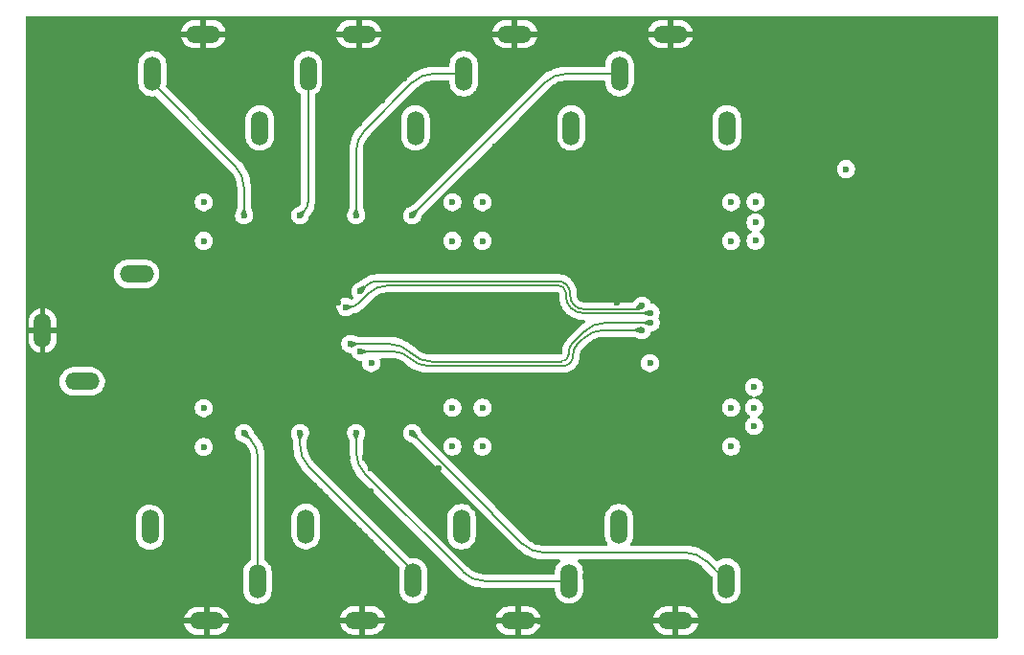
<source format=gbr>
%TF.GenerationSoftware,KiCad,Pcbnew,9.0.7*%
%TF.CreationDate,2026-01-03T19:20:15+01:00*%
%TF.ProjectId,PCB,5043422e-6b69-4636-9164-5f7063625858,rev?*%
%TF.SameCoordinates,Original*%
%TF.FileFunction,Copper,L4,Bot*%
%TF.FilePolarity,Positive*%
%FSLAX46Y46*%
G04 Gerber Fmt 4.6, Leading zero omitted, Abs format (unit mm)*
G04 Created by KiCad (PCBNEW 9.0.7) date 2026-01-03 19:20:15*
%MOMM*%
%LPD*%
G01*
G04 APERTURE LIST*
%TA.AperFunction,ComponentPad*%
%ADD10O,3.016000X1.508000*%
%TD*%
%TA.AperFunction,ComponentPad*%
%ADD11O,1.508000X3.016000*%
%TD*%
%TA.AperFunction,ViaPad*%
%ADD12C,0.600000*%
%TD*%
%TA.AperFunction,Conductor*%
%ADD13C,0.200000*%
%TD*%
G04 APERTURE END LIST*
D10*
%TO.P,J6,1*%
%TO.N,GND*%
X123034500Y-106090000D03*
D11*
%TO.P,J6,2*%
%TO.N,/IN_{L}6*%
X127534500Y-102590000D03*
%TO.P,J6,3*%
%TO.N,/IN_{R}6*%
X118034500Y-97790000D03*
%TD*%
D10*
%TO.P,J5,1*%
%TO.N,GND*%
X136953000Y-106090000D03*
D11*
%TO.P,J5,2*%
%TO.N,/IN_{L}5*%
X141453000Y-102590000D03*
%TO.P,J5,3*%
%TO.N,/IN_{R}5*%
X131953000Y-97790000D03*
%TD*%
%TO.P,J9,1*%
%TO.N,GND*%
X81005000Y-80440500D03*
D10*
%TO.P,J9,2*%
%TO.N,OUT_{L}*%
X84505000Y-84940500D03*
%TO.P,J9,3*%
%TO.N,OUT_{R}*%
X89305000Y-75440500D03*
%TD*%
%TO.P,J1,1*%
%TO.N,GND*%
X136495500Y-54229000D03*
D11*
%TO.P,J1,2*%
%TO.N,/IN_{L}1*%
X131995500Y-57729000D03*
%TO.P,J1,3*%
%TO.N,/IN_{R}1*%
X141495500Y-62529000D03*
%TD*%
D10*
%TO.P,J3,1*%
%TO.N,GND*%
X108965500Y-54229000D03*
D11*
%TO.P,J3,2*%
%TO.N,/IN_{L}3*%
X104465500Y-57729000D03*
%TO.P,J3,3*%
%TO.N,/IN_{R}3*%
X113965500Y-62529000D03*
%TD*%
D10*
%TO.P,J8,1*%
%TO.N,GND*%
X95504000Y-106116000D03*
D11*
%TO.P,J8,2*%
%TO.N,/IN_{L}8*%
X100004000Y-102616000D03*
%TO.P,J8,3*%
%TO.N,/IN_{R}8*%
X90504000Y-97816000D03*
%TD*%
D10*
%TO.P,J2,1*%
%TO.N,GND*%
X122730500Y-54229000D03*
D11*
%TO.P,J2,2*%
%TO.N,/IN_{L}2*%
X118230500Y-57729000D03*
%TO.P,J2,3*%
%TO.N,/IN_{R}2*%
X127730500Y-62529000D03*
%TD*%
D10*
%TO.P,J4,1*%
%TO.N,GND*%
X95200500Y-54229000D03*
D11*
%TO.P,J4,2*%
%TO.N,/IN_{L}4*%
X90700500Y-57729000D03*
%TO.P,J4,3*%
%TO.N,/IN_{R}4*%
X100200500Y-62529000D03*
%TD*%
D10*
%TO.P,J7,1*%
%TO.N,GND*%
X109269500Y-106066000D03*
D11*
%TO.P,J7,2*%
%TO.N,/IN_{L}7*%
X113769500Y-102566000D03*
%TO.P,J7,3*%
%TO.N,/IN_{R}7*%
X104269500Y-97766000D03*
%TD*%
D12*
%TO.N,GND*%
X109994000Y-99150000D03*
X109494000Y-98650000D03*
X113494000Y-98650000D03*
X112994000Y-98150000D03*
X112494000Y-97650000D03*
X111994000Y-97150000D03*
X111494000Y-96650000D03*
X110994000Y-96150000D03*
X111494000Y-98150000D03*
X110994000Y-97650000D03*
X110494000Y-97150000D03*
X109994000Y-96650000D03*
X109494000Y-96150000D03*
X109994000Y-94650000D03*
X108494000Y-94650000D03*
X108994000Y-94150000D03*
X107494000Y-94150000D03*
X115994000Y-92650000D03*
X114994000Y-92650000D03*
X113994000Y-92650000D03*
X112994000Y-92650000D03*
X111994000Y-92650000D03*
X110994000Y-92650000D03*
X109994000Y-92650000D03*
X109494000Y-91650000D03*
X107994000Y-91650000D03*
X107994000Y-92650000D03*
X106994000Y-92650000D03*
X102994000Y-91650000D03*
X104994000Y-91650000D03*
X105494000Y-92150000D03*
X105994000Y-92650000D03*
X102994000Y-92650000D03*
X101994000Y-92650000D03*
X100994000Y-92650000D03*
X97994000Y-92650000D03*
X96994000Y-92650000D03*
X95994000Y-92650000D03*
X93994000Y-92650000D03*
X93494000Y-93150000D03*
X92994000Y-93650000D03*
X92494000Y-94150000D03*
X91994000Y-94650000D03*
X91494000Y-95150000D03*
X90994000Y-95650000D03*
X100994000Y-100150000D03*
X100994000Y-99150000D03*
X100994000Y-97150000D03*
X100994000Y-96150000D03*
X100994000Y-95150000D03*
X98994000Y-99150000D03*
X98994000Y-98150000D03*
X98994000Y-97150000D03*
X98994000Y-95150000D03*
X108494000Y-97650000D03*
X107994000Y-97150000D03*
X107494000Y-96650000D03*
X106994000Y-96150000D03*
X105994000Y-95150000D03*
X105494000Y-94650000D03*
X104994000Y-94150000D03*
X103994000Y-94150000D03*
X102994000Y-94150000D03*
X101994000Y-94150000D03*
X97994000Y-94150000D03*
X95494000Y-94150000D03*
X94494000Y-94650000D03*
X93994000Y-95150000D03*
X93494000Y-95650000D03*
X92994000Y-96150000D03*
X92494000Y-96650000D03*
X91994000Y-97150000D03*
X127994000Y-98150000D03*
X129994000Y-96150000D03*
X131994000Y-94150000D03*
X134994000Y-92150000D03*
X136994000Y-82150000D03*
X138994000Y-84150000D03*
X140994000Y-82150000D03*
X142994000Y-84150000D03*
X144994000Y-82150000D03*
X146994000Y-84150000D03*
X148994000Y-86150000D03*
X146994000Y-88150000D03*
X116994000Y-64150000D03*
X120994000Y-64150000D03*
X124994000Y-64150000D03*
X122994000Y-66150000D03*
X108994000Y-62150000D03*
X106994000Y-64150000D03*
X110994000Y-64150000D03*
X114994000Y-60150000D03*
X112994000Y-58150000D03*
X116994000Y-54150000D03*
X114994000Y-56150000D03*
X112994000Y-54150000D03*
X110994000Y-56150000D03*
X106994000Y-60150000D03*
X110994000Y-60150000D03*
X108994000Y-58150000D03*
X106994000Y-56150000D03*
X104994000Y-54150000D03*
X102994000Y-60150000D03*
X100994000Y-54150000D03*
X102994000Y-56150000D03*
X98994000Y-60150000D03*
X100994000Y-58150000D03*
X98994000Y-56150000D03*
X92994000Y-54150000D03*
X96994000Y-58150000D03*
X94994000Y-56150000D03*
X92994000Y-58150000D03*
X94994000Y-60150000D03*
X96994000Y-62150000D03*
X96994000Y-66150000D03*
X92994000Y-78150000D03*
X96994000Y-78150000D03*
X92994000Y-74150000D03*
X90994000Y-72150000D03*
X92994000Y-70150000D03*
X90994000Y-68150000D03*
X92994000Y-66150000D03*
X94994000Y-64150000D03*
X92994000Y-62150000D03*
X90994000Y-60150000D03*
X90994000Y-64150000D03*
X88994000Y-54150000D03*
X84994000Y-54150000D03*
X80994000Y-54150000D03*
X86994000Y-56150000D03*
X82994000Y-56150000D03*
X88994000Y-58150000D03*
X84994000Y-58150000D03*
X80994000Y-58150000D03*
X86994000Y-60150000D03*
X82994000Y-60150000D03*
X88994000Y-62150000D03*
X84994000Y-62150000D03*
X80994000Y-62150000D03*
X86994000Y-64150000D03*
X88994000Y-66150000D03*
X84994000Y-66150000D03*
X82994000Y-64150000D03*
X80994000Y-66150000D03*
X86994000Y-68150000D03*
X82994000Y-68150000D03*
X88994000Y-70150000D03*
X86994000Y-72150000D03*
X84994000Y-70150000D03*
X80994000Y-70150000D03*
X82994000Y-72150000D03*
X80994000Y-74150000D03*
X84994000Y-74150000D03*
X80994000Y-78150000D03*
X82994000Y-76150000D03*
X86994000Y-76150000D03*
X90994000Y-80150000D03*
X88994000Y-78150000D03*
X84994000Y-78150000D03*
X82994000Y-80150000D03*
X84994000Y-82150000D03*
X86994000Y-80150000D03*
X86994000Y-84150000D03*
X130994000Y-72150000D03*
X130994000Y-66150000D03*
X118994000Y-60150000D03*
X120994000Y-58150000D03*
X126994000Y-56150000D03*
X122994000Y-56150000D03*
X124994000Y-54150000D03*
X128994000Y-54150000D03*
X132994000Y-54150000D03*
X126994000Y-60150000D03*
X130994000Y-60150000D03*
X132994000Y-62150000D03*
X134994000Y-68150000D03*
X136994000Y-66150000D03*
X138994000Y-64150000D03*
X134994000Y-64150000D03*
X136994000Y-62150000D03*
X134994000Y-60150000D03*
X134994000Y-56150000D03*
X138994000Y-60150000D03*
X136994000Y-58150000D03*
X138994000Y-56150000D03*
X140994000Y-54150000D03*
X140994000Y-58150000D03*
X164994000Y-54150000D03*
X160994000Y-54150000D03*
X156994000Y-54150000D03*
X152994000Y-54150000D03*
X148994000Y-54150000D03*
X144994000Y-54150000D03*
X142994000Y-56150000D03*
X146994000Y-56150000D03*
X150994000Y-56150000D03*
X154994000Y-56150000D03*
X158994000Y-56150000D03*
X162994000Y-56150000D03*
X164994000Y-58150000D03*
X160994000Y-58150000D03*
X156994000Y-58150000D03*
X152994000Y-58150000D03*
X148994000Y-58150000D03*
X144994000Y-58150000D03*
X142994000Y-60150000D03*
X140994000Y-66150000D03*
X142994000Y-64150000D03*
X144994000Y-66150000D03*
X144994000Y-62150000D03*
X146994000Y-60150000D03*
X150994000Y-60150000D03*
X154994000Y-60150000D03*
X158994000Y-60150000D03*
X162994000Y-60150000D03*
X164994000Y-62150000D03*
X162994000Y-64150000D03*
X160994000Y-62150000D03*
X158994000Y-64150000D03*
X156994000Y-62150000D03*
X154994000Y-64150000D03*
X152994000Y-62150000D03*
X148994000Y-62150000D03*
X148994000Y-66150000D03*
X150994000Y-64150000D03*
X146994000Y-64150000D03*
X150994000Y-68150000D03*
X146994000Y-68150000D03*
X146994000Y-72150000D03*
X138994000Y-76150000D03*
X142994000Y-76150000D03*
X144994000Y-74150000D03*
X146994000Y-76150000D03*
X148994000Y-74150000D03*
X164994000Y-74150000D03*
X162994000Y-76150000D03*
X160994000Y-74150000D03*
X158994000Y-76150000D03*
X156994000Y-74150000D03*
X154994000Y-76150000D03*
X152994000Y-74150000D03*
X150994000Y-76150000D03*
X152994000Y-78150000D03*
X148994000Y-78150000D03*
X150994000Y-80150000D03*
X154994000Y-80150000D03*
X160994000Y-78150000D03*
X164994000Y-78150000D03*
X162994000Y-80150000D03*
X164994000Y-82150000D03*
X160994000Y-82150000D03*
X156994000Y-82150000D03*
X152994000Y-82150000D03*
X154994000Y-84150000D03*
X158994000Y-84150000D03*
X162994000Y-84150000D03*
X164994000Y-86150000D03*
X160994000Y-86150000D03*
X156994000Y-86150000D03*
X164994000Y-90150000D03*
X160994000Y-90150000D03*
X148994000Y-90150000D03*
X156994000Y-90150000D03*
X152994000Y-90150000D03*
X128994000Y-92150000D03*
X125994000Y-94150000D03*
X122994000Y-96150000D03*
X122994000Y-100150000D03*
X118994000Y-100150000D03*
X123994000Y-101150000D03*
X124994000Y-101150000D03*
X125994000Y-101150000D03*
X124994000Y-99150000D03*
X126994000Y-99150000D03*
X125994000Y-99150000D03*
X127994000Y-99150000D03*
X128994000Y-99150000D03*
X129994000Y-99150000D03*
X128994000Y-101150000D03*
X129994000Y-101150000D03*
X130994000Y-101150000D03*
X131994000Y-101150000D03*
X132994000Y-101150000D03*
X133994000Y-101150000D03*
X133994000Y-99150000D03*
X134994000Y-99150000D03*
X135994000Y-99150000D03*
X136994000Y-99150000D03*
X137994000Y-99150000D03*
X138994000Y-99150000D03*
X139994000Y-99150000D03*
X140994000Y-100150000D03*
X137994000Y-101150000D03*
X136994000Y-101150000D03*
X135994000Y-101150000D03*
X134994000Y-101150000D03*
X133994000Y-98150000D03*
X134994000Y-96150000D03*
X138994000Y-92150000D03*
X136994000Y-94150000D03*
X136994000Y-98150000D03*
X140994000Y-98150000D03*
X138994000Y-96150000D03*
X140994000Y-94150000D03*
X142994000Y-92150000D03*
X144994000Y-94150000D03*
X142994000Y-96150000D03*
X144994000Y-98150000D03*
X142994000Y-100150000D03*
X144994000Y-102150000D03*
X162994000Y-92150000D03*
X160994000Y-94150000D03*
X152994000Y-94150000D03*
X148994000Y-94150000D03*
X156994000Y-94150000D03*
X154994000Y-92150000D03*
X150994000Y-92150000D03*
X146994000Y-92150000D03*
X164994000Y-94150000D03*
X158994000Y-92150000D03*
X162994000Y-96150000D03*
X160994000Y-98150000D03*
X152994000Y-98150000D03*
X148994000Y-98150000D03*
X156994000Y-98150000D03*
X154994000Y-96150000D03*
X150994000Y-96150000D03*
X146994000Y-96150000D03*
X164994000Y-98150000D03*
X158994000Y-96150000D03*
X162994000Y-100150000D03*
X160994000Y-102150000D03*
X152994000Y-102150000D03*
X148994000Y-102150000D03*
X156994000Y-102150000D03*
X154994000Y-100150000D03*
X150994000Y-100150000D03*
X146994000Y-100150000D03*
X164994000Y-102150000D03*
X158994000Y-100150000D03*
X164994000Y-106150000D03*
X162994000Y-104150000D03*
X160994000Y-106150000D03*
X158994000Y-104150000D03*
X156994000Y-106150000D03*
X154994000Y-104150000D03*
X152994000Y-106150000D03*
X150994000Y-104150000D03*
X148994000Y-106150000D03*
X146994000Y-104150000D03*
X144994000Y-106150000D03*
X142994000Y-104150000D03*
X140994000Y-106150000D03*
X138994000Y-104150000D03*
X136994000Y-102150000D03*
X134994000Y-104150000D03*
X128994000Y-102150000D03*
X132994000Y-102150000D03*
X132994000Y-106150000D03*
X130994000Y-104150000D03*
X128994000Y-106150000D03*
X124994000Y-106150000D03*
X122994000Y-104150000D03*
X120994000Y-106150000D03*
X116994000Y-102150000D03*
X118994000Y-104150000D03*
X116994000Y-106150000D03*
X114994000Y-104150000D03*
X112994000Y-106150000D03*
X106994000Y-96150000D03*
X110994000Y-104150000D03*
X108994000Y-98150000D03*
X110994000Y-100150000D03*
X108994000Y-102150000D03*
X106994000Y-100150000D03*
X106994000Y-104150000D03*
X100994000Y-106150000D03*
X104994000Y-106150000D03*
X102994000Y-104150000D03*
X104994000Y-102150000D03*
X102994000Y-100150000D03*
X100994000Y-98150000D03*
X102994000Y-96150000D03*
X100994000Y-94150000D03*
X98994000Y-92650000D03*
X96994000Y-90150000D03*
X94994000Y-92650000D03*
X100994000Y-86150000D03*
X98994000Y-84150000D03*
X96994000Y-86150000D03*
X96994000Y-82150000D03*
X92994000Y-82150000D03*
X88994000Y-82150000D03*
X90994000Y-84150000D03*
X80994000Y-86150000D03*
X88994000Y-86150000D03*
X92994000Y-86150000D03*
X90994000Y-88150000D03*
X86994000Y-88150000D03*
X82994000Y-88150000D03*
X98994000Y-94150000D03*
X96994000Y-94150000D03*
X98994000Y-96150000D03*
X94994000Y-96150000D03*
X98994000Y-100150000D03*
X96994000Y-98150000D03*
X92994000Y-98150000D03*
X96994000Y-102150000D03*
X94994000Y-100150000D03*
X90994000Y-100150000D03*
X94994000Y-104150000D03*
X92994000Y-102150000D03*
X92994000Y-106150000D03*
X90994000Y-104150000D03*
X92994000Y-90150000D03*
X88994000Y-90150000D03*
X84994000Y-90150000D03*
X90994000Y-92150000D03*
X86994000Y-92150000D03*
X80994000Y-90150000D03*
X82994000Y-92150000D03*
X88994000Y-106150000D03*
X88994000Y-102150000D03*
X88994000Y-94150000D03*
X86994000Y-96150000D03*
X84994000Y-94150000D03*
X80994000Y-94150000D03*
X82994000Y-96150000D03*
X84994000Y-98150000D03*
X80994000Y-98150000D03*
X86994000Y-100150000D03*
X86994000Y-104150000D03*
X82994000Y-100150000D03*
X84994000Y-102150000D03*
X80994000Y-102150000D03*
X82994000Y-104150000D03*
X84994000Y-106150000D03*
X80994000Y-106150000D03*
%TO.N,+5V*%
X144018000Y-69064500D03*
X152019000Y-66167000D03*
X110048000Y-83312000D03*
X143891000Y-85447500D03*
X134686000Y-83312000D03*
%TO.N,GND*%
X131785000Y-77978000D03*
X157607000Y-77109000D03*
X107147001Y-81820107D03*
X158857000Y-78359000D03*
X164577000Y-88614000D03*
X157607000Y-78359000D03*
X143891000Y-90701500D03*
X155194000Y-66675000D03*
X164577000Y-71114000D03*
X158857000Y-77109000D03*
X157607000Y-79609000D03*
X158857000Y-79609000D03*
X107146999Y-77945893D03*
X131785000Y-81788000D03*
X158369000Y-68641000D03*
X160107000Y-78359000D03*
X136586000Y-83312000D03*
X160107000Y-79609000D03*
X144018000Y-74318500D03*
X111948000Y-83312000D03*
X160107000Y-77109000D03*
X152019000Y-68067000D03*
%TO.N,A0*%
X109093000Y-76962000D03*
X133985000Y-78232000D03*
%TO.N,EN*%
X134747000Y-78867000D03*
X107797000Y-78359000D03*
%TO.N,A2*%
X134747000Y-79756000D03*
X108202420Y-81623916D03*
%TO.N,A1*%
X109093000Y-82296000D03*
X133985000Y-80391000D03*
%TO.N,/IN_{L}1*%
X113665000Y-70270000D03*
%TO.N,/IN_{L}2*%
X108712000Y-70258000D03*
%TO.N,/IN_{L}3*%
X103759000Y-70258000D03*
%TO.N,/IN_{L}4*%
X98806000Y-70270000D03*
%TO.N,/IN_{L}5*%
X113665000Y-89496000D03*
%TO.N,/IN_{L}6*%
X108712000Y-89496000D03*
%TO.N,/IN_{L}7*%
X103759000Y-89496000D03*
%TO.N,/IN_{L}8*%
X98806000Y-89501000D03*
%TO.N,+2V5*%
X143891000Y-87272500D03*
X119888000Y-87272500D03*
X95250000Y-69088000D03*
X117221000Y-90701500D03*
X95250000Y-87296000D03*
X119888000Y-72517000D03*
X144018000Y-70889500D03*
X117221000Y-87272500D03*
X141859000Y-90701500D03*
X95250000Y-90725000D03*
X119888000Y-90701500D03*
X119888000Y-69088000D03*
X141859000Y-87272500D03*
X141859000Y-72517000D03*
X95250000Y-72517000D03*
X144018000Y-72493500D03*
X141859000Y-69088000D03*
X117221000Y-72517000D03*
X117221000Y-69088000D03*
X143891000Y-88876500D03*
%TD*%
D13*
%TO.N,A0*%
X128809489Y-78539000D02*
X133460918Y-78539000D01*
X126550987Y-76073000D02*
X110610617Y-76073000D01*
X133985000Y-78232000D02*
X133831500Y-78385500D01*
X127635000Y-77157012D02*
X127635000Y-77364510D01*
X109537500Y-76517500D02*
X109093000Y-76962000D01*
X128809489Y-78539000D02*
G75*
G02*
X127979003Y-78194997I11J1174500D01*
G01*
X133460918Y-78539000D02*
G75*
G03*
X133831495Y-78385495I-18J524100D01*
G01*
X127317500Y-76390500D02*
G75*
G03*
X126550987Y-76073005I-766500J-766500D01*
G01*
X127979000Y-78195000D02*
G75*
G02*
X127634996Y-77364510I830500J830500D01*
G01*
X109537500Y-76517500D02*
G75*
G02*
X110610617Y-76073007I1073100J-1073100D01*
G01*
X127635000Y-77157012D02*
G75*
G03*
X127317504Y-76390496I-1084000J12D01*
G01*
%TO.N,EN*%
X127254000Y-77122872D02*
X127254000Y-77409031D01*
X108863600Y-78080399D02*
X109713103Y-77230896D01*
X128823631Y-78900000D02*
X134690665Y-78900000D01*
X127658111Y-78384642D02*
X127713734Y-78440265D01*
X126565127Y-76434000D02*
X111636981Y-76434000D01*
X134730500Y-78883500D02*
X134747000Y-78867000D01*
X107797000Y-78359000D02*
X108191000Y-78359000D01*
X134690665Y-78900000D02*
G75*
G03*
X134730510Y-78883510I35J56300D01*
G01*
X108863600Y-78080399D02*
G75*
G02*
X108191000Y-78358999I-672600J672599D01*
G01*
X111636981Y-76434000D02*
G75*
G03*
X109713107Y-77230900I19J-2720800D01*
G01*
X128823631Y-78900000D02*
G75*
G02*
X127713725Y-78440274I-31J1569600D01*
G01*
X127254000Y-77409031D02*
G75*
G03*
X127658131Y-78384622I1379700J31D01*
G01*
X126565127Y-76434000D02*
G75*
G02*
X127052226Y-76635774I-27J-688900D01*
G01*
X127254000Y-77122872D02*
G75*
G03*
X127052226Y-76635774I-688900J-28D01*
G01*
%TO.N,A2*%
X127508000Y-82358234D02*
X127508000Y-82534592D01*
X111637594Y-81623916D02*
X108202420Y-81623916D01*
X126857592Y-83185000D02*
X115406385Y-83185000D01*
X130791449Y-79756000D02*
X134747000Y-79756000D01*
X128867571Y-80552896D02*
X127823204Y-81597263D01*
X126857592Y-83185000D02*
G75*
G03*
X127317502Y-82994502I8J650400D01*
G01*
X127508000Y-82358234D02*
G75*
G02*
X127823182Y-81597241I1076200J34D01*
G01*
X127508000Y-82534592D02*
G75*
G02*
X127317502Y-82994502I-650400J-8D01*
G01*
X130791449Y-79756000D02*
G75*
G03*
X128867541Y-80552866I-49J-2720800D01*
G01*
X113521990Y-82404458D02*
G75*
G03*
X115406385Y-83185021I1884410J1884358D01*
G01*
X113521990Y-82404458D02*
G75*
G03*
X111637594Y-81623933I-1884390J-1884442D01*
G01*
%TO.N,A1*%
X133985000Y-80391000D02*
X130666981Y-80391000D01*
X115071025Y-83566000D02*
X127021789Y-83566000D01*
X128743103Y-81187896D02*
X128248210Y-81682789D01*
X112004974Y-82296000D02*
X109093000Y-82296000D01*
X127889000Y-82698789D02*
X127889000Y-82550000D01*
X128248210Y-81682789D02*
G75*
G03*
X127888993Y-82550000I867190J-867211D01*
G01*
X127635000Y-83312000D02*
G75*
G02*
X127021789Y-83565996I-613200J613200D01*
G01*
X127889000Y-82698789D02*
G75*
G02*
X127635003Y-83312003I-867200J-11D01*
G01*
X128743103Y-81187896D02*
G75*
G02*
X130666981Y-80390994I1923897J-1923904D01*
G01*
X113538000Y-82931000D02*
G75*
G03*
X115071025Y-83565989I1533000J1533000D01*
G01*
X112004974Y-82296000D02*
G75*
G02*
X113538008Y-82930992I26J-2168000D01*
G01*
%TO.N,/IN_{L}1*%
X127332981Y-57729000D02*
X131995500Y-57729000D01*
X113665000Y-70270000D02*
X125409103Y-58525896D01*
X125409103Y-58525896D02*
G75*
G02*
X127332981Y-57728994I1923897J-1923904D01*
G01*
%TO.N,/IN_{L}2*%
X108712000Y-70258000D02*
X108712000Y-64626981D01*
X115609981Y-57729000D02*
X118230500Y-57729000D01*
X113686103Y-58525896D02*
X109508896Y-62703103D01*
X108712000Y-64626981D02*
G75*
G02*
X109508900Y-62703107I2720800J-19D01*
G01*
X113686103Y-58525896D02*
G75*
G02*
X115609981Y-57728994I1923897J-1923904D01*
G01*
%TO.N,/IN_{L}3*%
X103759000Y-70258000D02*
X104112250Y-69904750D01*
X104465500Y-69051929D02*
X104465500Y-57729000D01*
X104112250Y-69904750D02*
G75*
G03*
X104465512Y-69051929I-852850J852850D01*
G01*
%TO.N,/IN_{L}4*%
X90997661Y-58866661D02*
X98009103Y-65878103D01*
X98806000Y-67801981D02*
X98806000Y-70270000D01*
X90700500Y-58149250D02*
X90700500Y-57729000D01*
X90997661Y-58866661D02*
G75*
G02*
X90700543Y-58149250I717439J717361D01*
G01*
X98009103Y-65878103D02*
G75*
G02*
X98806005Y-67801981I-1923903J-1923897D01*
G01*
%TO.N,/IN_{L}5*%
X120790788Y-96660788D02*
X123409103Y-99279103D01*
X139735896Y-100872896D02*
X141453000Y-102590000D01*
X137812018Y-100076000D02*
X125332981Y-100076000D01*
X113665000Y-89496000D02*
X120763211Y-96594211D01*
X120777000Y-96627500D02*
G75*
G03*
X120763216Y-96594206I-47100J0D01*
G01*
X123409103Y-99279103D02*
G75*
G03*
X125332981Y-100076005I1923897J1923903D01*
G01*
X137812018Y-100076000D02*
G75*
G02*
X139735892Y-100872900I-18J-2720800D01*
G01*
X120790788Y-96660788D02*
G75*
G02*
X120777007Y-96627500I33312J33288D01*
G01*
%TO.N,/IN_{L}6*%
X109508896Y-93125896D02*
X118176103Y-101793103D01*
X108712000Y-89496000D02*
X108712000Y-91202018D01*
X120099981Y-102590000D02*
X127534500Y-102590000D01*
X120099981Y-102590000D02*
G75*
G02*
X118176107Y-101793099I19J2720800D01*
G01*
X109508896Y-93125896D02*
G75*
G02*
X108711995Y-91202018I1923904J1923896D01*
G01*
%TO.N,/IN_{L}7*%
X104536110Y-92471110D02*
X113464913Y-101399913D01*
X103759000Y-90595000D02*
X103759000Y-89496000D01*
X113769500Y-102135250D02*
X113769500Y-102566000D01*
X113769500Y-102135250D02*
G75*
G03*
X113464883Y-101399943I-1039900J-50D01*
G01*
X103759000Y-90595000D02*
G75*
G03*
X104536114Y-92471106I2653200J0D01*
G01*
%TO.N,/IN_{L}8*%
X99405000Y-90100000D02*
X98806000Y-89501000D01*
X100004000Y-91546113D02*
X100004000Y-102616000D01*
X100004000Y-91546113D02*
G75*
G03*
X99405004Y-90099996I-2045100J13D01*
G01*
%TD*%
%TA.AperFunction,Conductor*%
%TO.N,GND*%
G36*
X165431539Y-52670185D02*
G01*
X165477294Y-52722989D01*
X165488500Y-52774500D01*
X165488500Y-107525500D01*
X165468815Y-107592539D01*
X165416011Y-107638294D01*
X165364500Y-107649500D01*
X79618500Y-107649500D01*
X79551461Y-107629815D01*
X79505706Y-107577011D01*
X79494500Y-107525500D01*
X79494500Y-105866000D01*
X93519964Y-105866000D01*
X94570988Y-105866000D01*
X94538075Y-105923007D01*
X94504000Y-106050174D01*
X94504000Y-106181826D01*
X94538075Y-106308993D01*
X94570988Y-106366000D01*
X93519964Y-106366000D01*
X93526876Y-106409642D01*
X93526876Y-106409643D01*
X93587873Y-106597371D01*
X93677485Y-106773242D01*
X93793496Y-106932919D01*
X93793500Y-106932924D01*
X93933075Y-107072499D01*
X93933080Y-107072503D01*
X94092757Y-107188514D01*
X94268626Y-107278126D01*
X94456353Y-107339123D01*
X94651303Y-107370000D01*
X95254000Y-107370000D01*
X95254000Y-106616000D01*
X95754000Y-106616000D01*
X95754000Y-107370000D01*
X96356697Y-107370000D01*
X96551646Y-107339123D01*
X96739373Y-107278126D01*
X96915242Y-107188514D01*
X97074919Y-107072503D01*
X97074924Y-107072499D01*
X97214499Y-106932924D01*
X97214503Y-106932919D01*
X97330514Y-106773242D01*
X97420126Y-106597371D01*
X97481123Y-106409643D01*
X97481123Y-106409642D01*
X97488036Y-106366000D01*
X96437012Y-106366000D01*
X96469925Y-106308993D01*
X96504000Y-106181826D01*
X96504000Y-106050174D01*
X96469925Y-105923007D01*
X96437012Y-105866000D01*
X97488036Y-105866000D01*
X97481123Y-105822356D01*
X97479058Y-105816000D01*
X107285464Y-105816000D01*
X108336488Y-105816000D01*
X108303575Y-105873007D01*
X108269500Y-106000174D01*
X108269500Y-106131826D01*
X108303575Y-106258993D01*
X108336488Y-106316000D01*
X107285464Y-106316000D01*
X107292376Y-106359642D01*
X107292376Y-106359643D01*
X107353373Y-106547371D01*
X107442985Y-106723242D01*
X107558996Y-106882919D01*
X107559000Y-106882924D01*
X107698575Y-107022499D01*
X107698580Y-107022503D01*
X107858257Y-107138514D01*
X108034126Y-107228126D01*
X108221853Y-107289123D01*
X108416803Y-107320000D01*
X109019500Y-107320000D01*
X109019500Y-106566000D01*
X109519500Y-106566000D01*
X109519500Y-107320000D01*
X110122197Y-107320000D01*
X110317146Y-107289123D01*
X110504873Y-107228126D01*
X110680742Y-107138514D01*
X110840419Y-107022503D01*
X110840424Y-107022499D01*
X110979999Y-106882924D01*
X110980003Y-106882919D01*
X111096014Y-106723242D01*
X111185626Y-106547371D01*
X111246623Y-106359643D01*
X111253536Y-106316000D01*
X110202512Y-106316000D01*
X110235425Y-106258993D01*
X110269500Y-106131826D01*
X110269500Y-106000174D01*
X110235425Y-105873007D01*
X110216368Y-105840000D01*
X121050464Y-105840000D01*
X122101488Y-105840000D01*
X122068575Y-105897007D01*
X122034500Y-106024174D01*
X122034500Y-106155826D01*
X122068575Y-106282993D01*
X122101488Y-106340000D01*
X121050464Y-106340000D01*
X121057376Y-106383642D01*
X121057376Y-106383643D01*
X121118373Y-106571371D01*
X121207985Y-106747242D01*
X121323996Y-106906919D01*
X121324000Y-106906924D01*
X121463575Y-107046499D01*
X121463580Y-107046503D01*
X121623257Y-107162514D01*
X121799126Y-107252126D01*
X121986853Y-107313123D01*
X122181803Y-107344000D01*
X122784500Y-107344000D01*
X122784500Y-106590000D01*
X123284500Y-106590000D01*
X123284500Y-107344000D01*
X123887197Y-107344000D01*
X124082146Y-107313123D01*
X124269873Y-107252126D01*
X124445742Y-107162514D01*
X124605419Y-107046503D01*
X124605424Y-107046499D01*
X124744999Y-106906924D01*
X124745003Y-106906919D01*
X124861014Y-106747242D01*
X124950626Y-106571371D01*
X125011623Y-106383643D01*
X125011623Y-106383642D01*
X125018536Y-106340000D01*
X123967512Y-106340000D01*
X124000425Y-106282993D01*
X124034500Y-106155826D01*
X124034500Y-106024174D01*
X124000425Y-105897007D01*
X123967512Y-105840000D01*
X125018536Y-105840000D01*
X134968964Y-105840000D01*
X136019988Y-105840000D01*
X135987075Y-105897007D01*
X135953000Y-106024174D01*
X135953000Y-106155826D01*
X135987075Y-106282993D01*
X136019988Y-106340000D01*
X134968964Y-106340000D01*
X134975876Y-106383642D01*
X134975876Y-106383643D01*
X135036873Y-106571371D01*
X135126485Y-106747242D01*
X135242496Y-106906919D01*
X135242500Y-106906924D01*
X135382075Y-107046499D01*
X135382080Y-107046503D01*
X135541757Y-107162514D01*
X135717626Y-107252126D01*
X135905353Y-107313123D01*
X136100303Y-107344000D01*
X136703000Y-107344000D01*
X136703000Y-106590000D01*
X137203000Y-106590000D01*
X137203000Y-107344000D01*
X137805697Y-107344000D01*
X138000646Y-107313123D01*
X138188373Y-107252126D01*
X138364242Y-107162514D01*
X138523919Y-107046503D01*
X138523924Y-107046499D01*
X138663499Y-106906924D01*
X138663503Y-106906919D01*
X138779514Y-106747242D01*
X138869126Y-106571371D01*
X138930123Y-106383643D01*
X138930123Y-106383642D01*
X138937036Y-106340000D01*
X137886012Y-106340000D01*
X137918925Y-106282993D01*
X137953000Y-106155826D01*
X137953000Y-106024174D01*
X137918925Y-105897007D01*
X137886012Y-105840000D01*
X138937036Y-105840000D01*
X138930123Y-105796357D01*
X138930123Y-105796356D01*
X138869126Y-105608628D01*
X138779514Y-105432757D01*
X138663503Y-105273080D01*
X138663499Y-105273075D01*
X138523924Y-105133500D01*
X138523919Y-105133496D01*
X138364242Y-105017485D01*
X138188373Y-104927873D01*
X138000646Y-104866876D01*
X137805697Y-104836000D01*
X137203000Y-104836000D01*
X137203000Y-105590000D01*
X136703000Y-105590000D01*
X136703000Y-104836000D01*
X136100303Y-104836000D01*
X135905353Y-104866876D01*
X135717626Y-104927873D01*
X135541757Y-105017485D01*
X135382080Y-105133496D01*
X135382075Y-105133500D01*
X135242500Y-105273075D01*
X135242496Y-105273080D01*
X135126485Y-105432757D01*
X135036873Y-105608628D01*
X134975876Y-105796356D01*
X134975876Y-105796357D01*
X134968964Y-105840000D01*
X125018536Y-105840000D01*
X125011623Y-105796357D01*
X125011623Y-105796356D01*
X124950626Y-105608628D01*
X124861014Y-105432757D01*
X124745003Y-105273080D01*
X124744999Y-105273075D01*
X124605424Y-105133500D01*
X124605419Y-105133496D01*
X124445742Y-105017485D01*
X124269873Y-104927873D01*
X124082146Y-104866876D01*
X123887197Y-104836000D01*
X123284500Y-104836000D01*
X123284500Y-105590000D01*
X122784500Y-105590000D01*
X122784500Y-104836000D01*
X122181803Y-104836000D01*
X121986853Y-104866876D01*
X121799126Y-104927873D01*
X121623257Y-105017485D01*
X121463580Y-105133496D01*
X121463575Y-105133500D01*
X121324000Y-105273075D01*
X121323996Y-105273080D01*
X121207985Y-105432757D01*
X121118373Y-105608628D01*
X121057376Y-105796356D01*
X121057376Y-105796357D01*
X121050464Y-105840000D01*
X110216368Y-105840000D01*
X110202512Y-105816000D01*
X111253536Y-105816000D01*
X111253536Y-105815999D01*
X111246623Y-105772357D01*
X111246623Y-105772356D01*
X111185626Y-105584628D01*
X111096014Y-105408757D01*
X110980003Y-105249080D01*
X110979999Y-105249075D01*
X110840424Y-105109500D01*
X110840419Y-105109496D01*
X110680742Y-104993485D01*
X110504873Y-104903873D01*
X110317146Y-104842876D01*
X110122197Y-104812000D01*
X109519500Y-104812000D01*
X109519500Y-105566000D01*
X109019500Y-105566000D01*
X109019500Y-104812000D01*
X108416803Y-104812000D01*
X108221853Y-104842876D01*
X108034126Y-104903873D01*
X107858257Y-104993485D01*
X107698580Y-105109496D01*
X107698575Y-105109500D01*
X107559000Y-105249075D01*
X107558996Y-105249080D01*
X107442985Y-105408757D01*
X107353373Y-105584628D01*
X107292376Y-105772356D01*
X107292376Y-105772357D01*
X107285464Y-105816000D01*
X97479058Y-105816000D01*
X97420126Y-105634628D01*
X97330514Y-105458757D01*
X97214503Y-105299080D01*
X97214499Y-105299075D01*
X97074924Y-105159500D01*
X97074919Y-105159496D01*
X96915242Y-105043485D01*
X96739373Y-104953873D01*
X96551646Y-104892876D01*
X96356697Y-104862000D01*
X95754000Y-104862000D01*
X95754000Y-105616000D01*
X95254000Y-105616000D01*
X95254000Y-104862000D01*
X94651303Y-104862000D01*
X94456353Y-104892876D01*
X94268626Y-104953873D01*
X94092757Y-105043485D01*
X93933080Y-105159496D01*
X93933075Y-105159500D01*
X93793500Y-105299075D01*
X93793496Y-105299080D01*
X93677485Y-105458757D01*
X93587873Y-105634628D01*
X93526876Y-105822356D01*
X93526876Y-105822357D01*
X93519964Y-105866000D01*
X79494500Y-105866000D01*
X79494500Y-96963263D01*
X89249500Y-96963263D01*
X89249500Y-98668736D01*
X89280389Y-98863763D01*
X89332960Y-99025558D01*
X89341409Y-99051561D01*
X89417810Y-99201504D01*
X89431058Y-99227504D01*
X89547115Y-99387246D01*
X89686753Y-99526884D01*
X89836234Y-99635486D01*
X89846499Y-99642944D01*
X90022439Y-99732591D01*
X90123526Y-99765436D01*
X90210236Y-99793610D01*
X90405264Y-99824500D01*
X90405269Y-99824500D01*
X90602736Y-99824500D01*
X90797763Y-99793610D01*
X90806528Y-99790762D01*
X90985561Y-99732591D01*
X91161501Y-99642944D01*
X91260315Y-99571152D01*
X91321246Y-99526884D01*
X91321248Y-99526881D01*
X91321252Y-99526879D01*
X91460879Y-99387252D01*
X91460881Y-99387248D01*
X91460884Y-99387246D01*
X91511779Y-99317192D01*
X91576944Y-99227501D01*
X91666591Y-99051561D01*
X91727610Y-98863763D01*
X91735529Y-98813763D01*
X91758500Y-98668736D01*
X91758500Y-96963263D01*
X91727610Y-96768236D01*
X91707270Y-96705637D01*
X91666591Y-96580439D01*
X91576944Y-96404499D01*
X91558051Y-96378495D01*
X91460884Y-96244753D01*
X91321246Y-96105115D01*
X91161504Y-95989058D01*
X91161503Y-95989057D01*
X91161501Y-95989056D01*
X90985561Y-95899409D01*
X90985558Y-95899408D01*
X90797763Y-95838389D01*
X90602736Y-95807500D01*
X90602731Y-95807500D01*
X90405269Y-95807500D01*
X90405264Y-95807500D01*
X90210236Y-95838389D01*
X90022441Y-95899408D01*
X89846495Y-95989058D01*
X89686753Y-96105115D01*
X89547115Y-96244753D01*
X89431058Y-96404495D01*
X89341408Y-96580441D01*
X89280389Y-96768236D01*
X89249500Y-96963263D01*
X79494500Y-96963263D01*
X79494500Y-90646153D01*
X94449500Y-90646153D01*
X94449500Y-90803846D01*
X94480261Y-90958489D01*
X94480264Y-90958501D01*
X94540602Y-91104172D01*
X94540609Y-91104185D01*
X94628210Y-91235288D01*
X94628213Y-91235292D01*
X94739707Y-91346786D01*
X94739711Y-91346789D01*
X94870814Y-91434390D01*
X94870827Y-91434397D01*
X94994543Y-91485641D01*
X95016503Y-91494737D01*
X95171153Y-91525499D01*
X95171156Y-91525500D01*
X95171158Y-91525500D01*
X95328844Y-91525500D01*
X95328845Y-91525499D01*
X95483497Y-91494737D01*
X95629179Y-91434394D01*
X95760289Y-91346789D01*
X95871789Y-91235289D01*
X95959394Y-91104179D01*
X95960189Y-91102261D01*
X95983946Y-91044904D01*
X96019737Y-90958497D01*
X96050500Y-90803842D01*
X96050500Y-90646158D01*
X96050500Y-90646155D01*
X96050499Y-90646153D01*
X96019737Y-90491503D01*
X95987367Y-90413354D01*
X95959397Y-90345827D01*
X95959390Y-90345814D01*
X95871789Y-90214711D01*
X95871786Y-90214707D01*
X95760292Y-90103213D01*
X95760288Y-90103210D01*
X95629185Y-90015609D01*
X95629172Y-90015602D01*
X95483501Y-89955264D01*
X95483489Y-89955261D01*
X95328845Y-89924500D01*
X95328842Y-89924500D01*
X95171158Y-89924500D01*
X95171155Y-89924500D01*
X95016510Y-89955261D01*
X95016498Y-89955264D01*
X94870827Y-90015602D01*
X94870814Y-90015609D01*
X94739711Y-90103210D01*
X94739707Y-90103213D01*
X94628213Y-90214707D01*
X94628210Y-90214711D01*
X94540609Y-90345814D01*
X94540602Y-90345827D01*
X94480264Y-90491498D01*
X94480261Y-90491510D01*
X94449500Y-90646153D01*
X79494500Y-90646153D01*
X79494500Y-89422153D01*
X98005500Y-89422153D01*
X98005500Y-89579846D01*
X98036261Y-89734489D01*
X98036264Y-89734501D01*
X98096602Y-89880172D01*
X98096609Y-89880185D01*
X98184210Y-90011288D01*
X98184213Y-90011292D01*
X98295710Y-90122789D01*
X98369892Y-90172355D01*
X98426821Y-90210394D01*
X98448288Y-90219285D01*
X98453363Y-90221521D01*
X98854388Y-90409123D01*
X98858498Y-90412005D01*
X98861271Y-90412609D01*
X98889525Y-90433760D01*
X98942759Y-90486994D01*
X98977522Y-90521758D01*
X98983054Y-90527665D01*
X99099615Y-90660577D01*
X99109489Y-90673446D01*
X99205441Y-90817049D01*
X99213551Y-90831095D01*
X99289936Y-90985988D01*
X99296144Y-91000974D01*
X99351659Y-91164520D01*
X99355857Y-91180188D01*
X99389550Y-91349580D01*
X99391667Y-91365660D01*
X99393757Y-91397542D01*
X99402143Y-91525500D01*
X99403235Y-91542152D01*
X99403500Y-91550262D01*
X99403500Y-100684682D01*
X99383815Y-100751721D01*
X99349675Y-100785139D01*
X99350440Y-100786192D01*
X99186753Y-100905115D01*
X99047115Y-101044753D01*
X98931058Y-101204495D01*
X98931056Y-101204499D01*
X98846354Y-101370735D01*
X98841408Y-101380441D01*
X98780389Y-101568236D01*
X98749500Y-101763263D01*
X98749500Y-103468736D01*
X98780389Y-103663763D01*
X98825162Y-103801558D01*
X98841409Y-103851561D01*
X98917810Y-104001504D01*
X98931058Y-104027504D01*
X99047115Y-104187246D01*
X99186753Y-104326884D01*
X99336234Y-104435486D01*
X99346499Y-104442944D01*
X99522439Y-104532591D01*
X99630217Y-104567610D01*
X99710236Y-104593610D01*
X99905264Y-104624500D01*
X99905269Y-104624500D01*
X100102736Y-104624500D01*
X100297763Y-104593610D01*
X100485561Y-104532591D01*
X100661501Y-104442944D01*
X100751192Y-104377779D01*
X100821246Y-104326884D01*
X100821248Y-104326881D01*
X100821252Y-104326879D01*
X100960879Y-104187252D01*
X100960881Y-104187248D01*
X100960884Y-104187246D01*
X101011779Y-104117192D01*
X101076944Y-104027501D01*
X101166591Y-103851561D01*
X101227610Y-103663763D01*
X101235529Y-103613763D01*
X101258500Y-103468736D01*
X101258500Y-101763263D01*
X101227610Y-101568236D01*
X101207270Y-101505637D01*
X101166591Y-101380439D01*
X101076944Y-101204499D01*
X101058051Y-101178495D01*
X100960884Y-101044753D01*
X100821246Y-100905115D01*
X100657560Y-100786192D01*
X100658599Y-100784761D01*
X100616833Y-100738593D01*
X100604500Y-100684682D01*
X100604500Y-96913263D01*
X103015000Y-96913263D01*
X103015000Y-98618736D01*
X103045889Y-98813763D01*
X103106908Y-99001558D01*
X103106909Y-99001561D01*
X103184518Y-99153875D01*
X103196558Y-99177504D01*
X103312615Y-99337246D01*
X103452253Y-99476884D01*
X103601734Y-99585486D01*
X103611999Y-99592944D01*
X103787939Y-99682591D01*
X103913137Y-99723270D01*
X103975736Y-99743610D01*
X104170764Y-99774500D01*
X104170769Y-99774500D01*
X104368236Y-99774500D01*
X104563263Y-99743610D01*
X104597176Y-99732591D01*
X104751061Y-99682591D01*
X104927001Y-99592944D01*
X105016692Y-99527779D01*
X105086746Y-99476884D01*
X105086748Y-99476881D01*
X105086752Y-99476879D01*
X105226379Y-99337252D01*
X105226381Y-99337248D01*
X105226384Y-99337246D01*
X105306117Y-99227501D01*
X105342444Y-99177501D01*
X105432091Y-99001561D01*
X105493110Y-98813763D01*
X105524000Y-98618736D01*
X105524000Y-96913263D01*
X105493110Y-96718236D01*
X105472770Y-96655637D01*
X105432091Y-96530439D01*
X105342444Y-96354499D01*
X105332493Y-96340802D01*
X105226384Y-96194753D01*
X105086746Y-96055115D01*
X104927004Y-95939058D01*
X104927003Y-95939057D01*
X104927001Y-95939056D01*
X104751061Y-95849409D01*
X104717145Y-95838389D01*
X104563263Y-95788389D01*
X104368236Y-95757500D01*
X104368231Y-95757500D01*
X104170769Y-95757500D01*
X104170764Y-95757500D01*
X103975736Y-95788389D01*
X103787941Y-95849408D01*
X103611995Y-95939058D01*
X103452253Y-96055115D01*
X103312615Y-96194753D01*
X103196558Y-96354495D01*
X103106908Y-96530441D01*
X103045889Y-96718236D01*
X103015000Y-96913263D01*
X100604500Y-96913263D01*
X100604500Y-91458455D01*
X100604494Y-91458371D01*
X100604494Y-91432457D01*
X100604495Y-91397542D01*
X100586215Y-91235288D01*
X100571229Y-91102275D01*
X100571226Y-91102258D01*
X100566299Y-91080672D01*
X100505106Y-90812562D01*
X100406965Y-90532087D01*
X100406962Y-90532080D01*
X100278041Y-90264370D01*
X100247978Y-90216525D01*
X100119945Y-90012761D01*
X100014215Y-89880179D01*
X99934678Y-89780441D01*
X99934674Y-89780437D01*
X99888205Y-89733969D01*
X99888204Y-89733969D01*
X99856685Y-89702450D01*
X99829617Y-89675382D01*
X99829618Y-89675382D01*
X99800472Y-89646237D01*
X99738761Y-89584526D01*
X99714124Y-89549388D01*
X99673996Y-89463609D01*
X99652266Y-89417158D01*
X99652264Y-89417153D01*
X102958500Y-89417153D01*
X102958500Y-89574846D01*
X102989261Y-89729489D01*
X102989263Y-89729497D01*
X102998144Y-89750938D01*
X103000156Y-89756122D01*
X103072361Y-89955264D01*
X103151073Y-90172355D01*
X103151074Y-90172356D01*
X103158500Y-90214623D01*
X103158500Y-90543632D01*
X103158494Y-90543652D01*
X103158494Y-90595000D01*
X103158494Y-90754845D01*
X103164179Y-90812562D01*
X103189828Y-91072996D01*
X103252196Y-91386536D01*
X103252198Y-91386545D01*
X103266712Y-91434390D01*
X103345000Y-91692472D01*
X103418194Y-91869173D01*
X103467342Y-91987825D01*
X103539044Y-92121969D01*
X103618042Y-92269763D01*
X103618048Y-92269773D01*
X103795649Y-92535570D01*
X103795659Y-92535584D01*
X103931642Y-92701279D01*
X103998466Y-92782703D01*
X104093399Y-92877634D01*
X104093400Y-92877635D01*
X112538290Y-101322525D01*
X112571775Y-101383848D01*
X112568540Y-101448523D01*
X112545890Y-101518233D01*
X112515000Y-101713263D01*
X112515000Y-103418736D01*
X112545889Y-103613763D01*
X112606908Y-103801558D01*
X112606909Y-103801561D01*
X112632386Y-103851561D01*
X112696558Y-103977504D01*
X112812615Y-104137246D01*
X112952253Y-104276884D01*
X113101734Y-104385486D01*
X113111999Y-104392944D01*
X113287939Y-104482591D01*
X113413137Y-104523270D01*
X113475736Y-104543610D01*
X113670764Y-104574500D01*
X113670769Y-104574500D01*
X113868236Y-104574500D01*
X114063263Y-104543610D01*
X114097176Y-104532591D01*
X114251061Y-104482591D01*
X114427001Y-104392944D01*
X114516692Y-104327779D01*
X114586746Y-104276884D01*
X114586748Y-104276881D01*
X114586752Y-104276879D01*
X114726379Y-104137252D01*
X114726381Y-104137248D01*
X114726384Y-104137246D01*
X114806117Y-104027501D01*
X114842444Y-103977501D01*
X114932091Y-103801561D01*
X114993110Y-103613763D01*
X115024000Y-103418736D01*
X115024000Y-101713263D01*
X114993110Y-101518236D01*
X114970459Y-101448523D01*
X114932091Y-101330439D01*
X114842444Y-101154499D01*
X114828311Y-101135046D01*
X114726384Y-100994753D01*
X114586746Y-100855115D01*
X114427004Y-100739058D01*
X114427003Y-100739057D01*
X114427001Y-100739056D01*
X114251061Y-100649409D01*
X114251058Y-100649408D01*
X114063263Y-100588389D01*
X113868236Y-100557500D01*
X113868231Y-100557500D01*
X113670769Y-100557500D01*
X113670763Y-100557500D01*
X113561350Y-100574829D01*
X113492057Y-100565874D01*
X113454272Y-100540037D01*
X104963183Y-92048948D01*
X104958422Y-92043913D01*
X104811965Y-91880029D01*
X104803313Y-91869180D01*
X104678159Y-91692793D01*
X104670760Y-91681018D01*
X104662986Y-91666952D01*
X104566142Y-91491727D01*
X104560116Y-91479213D01*
X104477349Y-91279397D01*
X104472762Y-91266289D01*
X104412887Y-91058461D01*
X104409793Y-91044904D01*
X104395110Y-90958489D01*
X104373565Y-90831687D01*
X104372011Y-90817888D01*
X104359695Y-90598577D01*
X104359500Y-90591625D01*
X104359500Y-90214622D01*
X104366926Y-90172355D01*
X104518786Y-89753518D01*
X104528737Y-89729497D01*
X104531426Y-89715977D01*
X104535238Y-89704118D01*
X104535707Y-89702450D01*
X104552419Y-89612279D01*
X104552418Y-89612275D01*
X104553630Y-89605741D01*
X104554175Y-89601608D01*
X104558505Y-89579846D01*
X104559500Y-89574844D01*
X104559500Y-89417155D01*
X104559499Y-89417153D01*
X107911500Y-89417153D01*
X107911500Y-89574846D01*
X107942261Y-89729489D01*
X107942263Y-89729497D01*
X107951144Y-89750938D01*
X107953156Y-89756122D01*
X108025361Y-89955264D01*
X108104073Y-90172355D01*
X108104074Y-90172356D01*
X108111500Y-90214623D01*
X108111500Y-91150654D01*
X108111495Y-91150671D01*
X108111495Y-91365181D01*
X108143484Y-91689941D01*
X108143486Y-91689953D01*
X108180266Y-91874849D01*
X108207149Y-92009997D01*
X108242964Y-92128062D01*
X108301878Y-92322277D01*
X108426759Y-92623760D01*
X108426761Y-92623765D01*
X108580581Y-92911541D01*
X108580598Y-92911569D01*
X108761882Y-93182882D01*
X108761886Y-93182887D01*
X108968908Y-93435143D01*
X109024036Y-93490270D01*
X109028375Y-93494609D01*
X109028377Y-93494612D01*
X109045437Y-93511672D01*
X109066835Y-93533071D01*
X109066839Y-93533076D01*
X109109803Y-93576039D01*
X109109818Y-93576053D01*
X117813200Y-102279436D01*
X117813270Y-102279497D01*
X117866858Y-102333086D01*
X117866863Y-102333090D01*
X117866864Y-102333091D01*
X118119118Y-102540110D01*
X118390448Y-102721407D01*
X118678242Y-102875237D01*
X118843121Y-102943533D01*
X118979722Y-103000116D01*
X118979726Y-103000117D01*
X118979728Y-103000118D01*
X119292003Y-103094846D01*
X119612059Y-103158511D01*
X119936814Y-103190498D01*
X120013319Y-103190498D01*
X120013329Y-103190500D01*
X120020924Y-103190500D01*
X120099977Y-103190500D01*
X120172891Y-103190500D01*
X126156000Y-103190500D01*
X126223039Y-103210185D01*
X126268794Y-103262989D01*
X126280000Y-103314500D01*
X126280000Y-103442736D01*
X126310889Y-103637763D01*
X126364110Y-103801558D01*
X126371909Y-103825561D01*
X126449329Y-103977504D01*
X126461558Y-104001504D01*
X126577615Y-104161246D01*
X126717253Y-104300884D01*
X126866734Y-104409486D01*
X126876999Y-104416944D01*
X127052939Y-104506591D01*
X127166872Y-104543610D01*
X127240736Y-104567610D01*
X127435764Y-104598500D01*
X127435769Y-104598500D01*
X127633236Y-104598500D01*
X127828263Y-104567610D01*
X128016061Y-104506591D01*
X128192001Y-104416944D01*
X128315966Y-104326879D01*
X128351746Y-104300884D01*
X128351748Y-104300881D01*
X128351752Y-104300879D01*
X128491379Y-104161252D01*
X128491381Y-104161248D01*
X128491384Y-104161246D01*
X128542279Y-104091192D01*
X128607444Y-104001501D01*
X128697091Y-103825561D01*
X128758110Y-103637763D01*
X128761911Y-103613763D01*
X128789000Y-103442736D01*
X128789000Y-101737263D01*
X128758110Y-101542236D01*
X128737770Y-101479637D01*
X128697091Y-101354439D01*
X128607444Y-101178499D01*
X128575874Y-101135046D01*
X128491384Y-101018753D01*
X128360812Y-100888181D01*
X128327327Y-100826858D01*
X128332311Y-100757166D01*
X128374183Y-100701233D01*
X128439647Y-100676816D01*
X128448493Y-100676500D01*
X137808533Y-100676500D01*
X137815486Y-100676695D01*
X138042465Y-100689442D01*
X138056267Y-100690998D01*
X138276966Y-100728497D01*
X138290494Y-100731584D01*
X138505621Y-100793563D01*
X138518718Y-100798146D01*
X138725539Y-100883814D01*
X138738061Y-100889845D01*
X138933979Y-100998126D01*
X138945739Y-101005515D01*
X139128315Y-101135060D01*
X139139165Y-101143712D01*
X139178092Y-101178499D01*
X139308755Y-101295266D01*
X139313790Y-101300026D01*
X139326626Y-101312861D01*
X139326629Y-101312864D01*
X140162181Y-102148416D01*
X140195666Y-102209739D01*
X140198500Y-102236097D01*
X140198500Y-103442736D01*
X140229389Y-103637763D01*
X140282610Y-103801558D01*
X140290409Y-103825561D01*
X140367829Y-103977504D01*
X140380058Y-104001504D01*
X140496115Y-104161246D01*
X140635753Y-104300884D01*
X140785234Y-104409486D01*
X140795499Y-104416944D01*
X140971439Y-104506591D01*
X141085372Y-104543610D01*
X141159236Y-104567610D01*
X141354264Y-104598500D01*
X141354269Y-104598500D01*
X141551736Y-104598500D01*
X141746763Y-104567610D01*
X141934561Y-104506591D01*
X142110501Y-104416944D01*
X142234466Y-104326879D01*
X142270246Y-104300884D01*
X142270248Y-104300881D01*
X142270252Y-104300879D01*
X142409879Y-104161252D01*
X142409881Y-104161248D01*
X142409884Y-104161246D01*
X142460779Y-104091192D01*
X142525944Y-104001501D01*
X142615591Y-103825561D01*
X142676610Y-103637763D01*
X142680411Y-103613763D01*
X142707500Y-103442736D01*
X142707500Y-101737263D01*
X142676610Y-101542236D01*
X142656270Y-101479637D01*
X142615591Y-101354439D01*
X142525944Y-101178499D01*
X142494374Y-101135046D01*
X142409884Y-101018753D01*
X142270246Y-100879115D01*
X142110504Y-100763058D01*
X142110503Y-100763057D01*
X142110501Y-100763056D01*
X141934561Y-100673409D01*
X141934558Y-100673408D01*
X141746763Y-100612389D01*
X141551736Y-100581500D01*
X141551731Y-100581500D01*
X141354269Y-100581500D01*
X141354264Y-100581500D01*
X141159236Y-100612389D01*
X140971441Y-100673408D01*
X140795499Y-100763055D01*
X140695716Y-100835552D01*
X140629909Y-100859031D01*
X140561856Y-100843205D01*
X140535150Y-100822914D01*
X140185156Y-100472921D01*
X140160513Y-100448277D01*
X140160512Y-100448277D01*
X140104612Y-100392377D01*
X140099441Y-100387206D01*
X140099385Y-100387157D01*
X140045134Y-100332907D01*
X139792884Y-100125890D01*
X139792879Y-100125886D01*
X139521566Y-99944602D01*
X139521555Y-99944595D01*
X139521550Y-99944592D01*
X139233756Y-99790762D01*
X139158580Y-99759623D01*
X138932266Y-99665880D01*
X138620011Y-99571157D01*
X138620002Y-99571154D01*
X138619996Y-99571153D01*
X138513310Y-99549931D01*
X138299952Y-99507491D01*
X138299940Y-99507489D01*
X138232883Y-99500884D01*
X137975185Y-99475501D01*
X137975182Y-99475500D01*
X137975172Y-99475500D01*
X137891076Y-99475500D01*
X137891075Y-99475500D01*
X133070237Y-99475500D01*
X133003198Y-99455815D01*
X132957443Y-99403011D01*
X132947499Y-99333853D01*
X132969918Y-99278615D01*
X132981878Y-99262153D01*
X133025944Y-99201501D01*
X133115591Y-99025561D01*
X133176610Y-98837763D01*
X133180411Y-98813763D01*
X133207500Y-98642736D01*
X133207500Y-96937263D01*
X133176610Y-96742236D01*
X133156270Y-96679637D01*
X133115591Y-96554439D01*
X133025944Y-96378499D01*
X132984073Y-96320868D01*
X132909884Y-96218753D01*
X132770246Y-96079115D01*
X132610504Y-95963058D01*
X132610503Y-95963057D01*
X132610501Y-95963056D01*
X132434561Y-95873409D01*
X132434558Y-95873408D01*
X132246763Y-95812389D01*
X132051736Y-95781500D01*
X132051731Y-95781500D01*
X131854269Y-95781500D01*
X131854264Y-95781500D01*
X131659236Y-95812389D01*
X131471441Y-95873408D01*
X131295495Y-95963058D01*
X131135753Y-96079115D01*
X130996115Y-96218753D01*
X130880058Y-96378495D01*
X130790408Y-96554441D01*
X130729389Y-96742236D01*
X130698500Y-96937263D01*
X130698500Y-98642736D01*
X130729389Y-98837763D01*
X130782610Y-99001558D01*
X130790409Y-99025561D01*
X130803657Y-99051561D01*
X130880055Y-99201500D01*
X130936082Y-99278615D01*
X130959561Y-99344422D01*
X130943735Y-99412476D01*
X130893629Y-99461170D01*
X130835763Y-99475500D01*
X125336466Y-99475500D01*
X125329514Y-99475305D01*
X125300940Y-99473700D01*
X125102541Y-99462557D01*
X125088724Y-99461000D01*
X124868041Y-99423504D01*
X124854485Y-99420409D01*
X124739376Y-99387246D01*
X124639396Y-99358441D01*
X124626272Y-99353849D01*
X124419466Y-99268187D01*
X124406937Y-99262153D01*
X124211025Y-99153875D01*
X124199252Y-99146478D01*
X124016695Y-99016948D01*
X124005823Y-99008278D01*
X123935546Y-98945475D01*
X123836242Y-98856731D01*
X123831192Y-98851956D01*
X121320037Y-96340802D01*
X121304599Y-96321987D01*
X121303852Y-96320868D01*
X121268748Y-96268304D01*
X121264493Y-96261458D01*
X121243730Y-96225495D01*
X121187969Y-96169734D01*
X121136428Y-96118159D01*
X121136341Y-96118106D01*
X115640888Y-90622653D01*
X116420500Y-90622653D01*
X116420500Y-90780346D01*
X116451261Y-90934989D01*
X116451264Y-90935001D01*
X116511602Y-91080672D01*
X116511609Y-91080685D01*
X116599210Y-91211788D01*
X116599213Y-91211792D01*
X116710707Y-91323286D01*
X116710711Y-91323289D01*
X116841814Y-91410890D01*
X116841827Y-91410897D01*
X116956441Y-91458371D01*
X116987503Y-91471237D01*
X117090548Y-91491734D01*
X117142153Y-91501999D01*
X117142156Y-91502000D01*
X117142158Y-91502000D01*
X117299844Y-91502000D01*
X117299845Y-91501999D01*
X117454497Y-91471237D01*
X117600179Y-91410894D01*
X117731289Y-91323289D01*
X117842789Y-91211789D01*
X117930394Y-91080679D01*
X117990737Y-90934997D01*
X118021500Y-90780342D01*
X118021500Y-90622658D01*
X118021500Y-90622655D01*
X118021499Y-90622653D01*
X119087500Y-90622653D01*
X119087500Y-90780346D01*
X119118261Y-90934989D01*
X119118264Y-90935001D01*
X119178602Y-91080672D01*
X119178609Y-91080685D01*
X119266210Y-91211788D01*
X119266213Y-91211792D01*
X119377707Y-91323286D01*
X119377711Y-91323289D01*
X119508814Y-91410890D01*
X119508827Y-91410897D01*
X119623441Y-91458371D01*
X119654503Y-91471237D01*
X119757548Y-91491734D01*
X119809153Y-91501999D01*
X119809156Y-91502000D01*
X119809158Y-91502000D01*
X119966844Y-91502000D01*
X119966845Y-91501999D01*
X120121497Y-91471237D01*
X120267179Y-91410894D01*
X120398289Y-91323289D01*
X120509789Y-91211789D01*
X120597394Y-91080679D01*
X120657737Y-90934997D01*
X120688500Y-90780342D01*
X120688500Y-90622658D01*
X120688500Y-90622655D01*
X120688499Y-90622653D01*
X141058500Y-90622653D01*
X141058500Y-90780346D01*
X141089261Y-90934989D01*
X141089264Y-90935001D01*
X141149602Y-91080672D01*
X141149609Y-91080685D01*
X141237210Y-91211788D01*
X141237213Y-91211792D01*
X141348707Y-91323286D01*
X141348711Y-91323289D01*
X141479814Y-91410890D01*
X141479827Y-91410897D01*
X141594441Y-91458371D01*
X141625503Y-91471237D01*
X141728548Y-91491734D01*
X141780153Y-91501999D01*
X141780156Y-91502000D01*
X141780158Y-91502000D01*
X141937844Y-91502000D01*
X141937845Y-91501999D01*
X142092497Y-91471237D01*
X142238179Y-91410894D01*
X142369289Y-91323289D01*
X142480789Y-91211789D01*
X142568394Y-91080679D01*
X142628737Y-90934997D01*
X142659500Y-90780342D01*
X142659500Y-90622658D01*
X142659500Y-90622655D01*
X142659499Y-90622653D01*
X142654710Y-90598577D01*
X142628737Y-90468003D01*
X142605542Y-90412005D01*
X142568397Y-90322327D01*
X142568390Y-90322314D01*
X142480789Y-90191211D01*
X142480786Y-90191207D01*
X142369292Y-90079713D01*
X142369288Y-90079710D01*
X142238185Y-89992109D01*
X142238172Y-89992102D01*
X142092501Y-89931764D01*
X142092489Y-89931761D01*
X141937845Y-89901000D01*
X141937842Y-89901000D01*
X141780158Y-89901000D01*
X141780155Y-89901000D01*
X141625510Y-89931761D01*
X141625498Y-89931764D01*
X141479827Y-89992102D01*
X141479814Y-89992109D01*
X141348711Y-90079710D01*
X141348707Y-90079713D01*
X141237213Y-90191207D01*
X141237210Y-90191211D01*
X141149609Y-90322314D01*
X141149602Y-90322327D01*
X141089264Y-90467998D01*
X141089261Y-90468010D01*
X141058500Y-90622653D01*
X120688499Y-90622653D01*
X120683710Y-90598577D01*
X120657737Y-90468003D01*
X120634542Y-90412005D01*
X120597397Y-90322327D01*
X120597390Y-90322314D01*
X120509789Y-90191211D01*
X120509786Y-90191207D01*
X120398292Y-90079713D01*
X120398288Y-90079710D01*
X120267185Y-89992109D01*
X120267172Y-89992102D01*
X120121501Y-89931764D01*
X120121489Y-89931761D01*
X119966845Y-89901000D01*
X119966842Y-89901000D01*
X119809158Y-89901000D01*
X119809155Y-89901000D01*
X119654510Y-89931761D01*
X119654498Y-89931764D01*
X119508827Y-89992102D01*
X119508814Y-89992109D01*
X119377711Y-90079710D01*
X119377707Y-90079713D01*
X119266213Y-90191207D01*
X119266210Y-90191211D01*
X119178609Y-90322314D01*
X119178602Y-90322327D01*
X119118264Y-90467998D01*
X119118261Y-90468010D01*
X119087500Y-90622653D01*
X118021499Y-90622653D01*
X118016710Y-90598577D01*
X117990737Y-90468003D01*
X117967542Y-90412005D01*
X117930397Y-90322327D01*
X117930390Y-90322314D01*
X117842789Y-90191211D01*
X117842786Y-90191207D01*
X117731292Y-90079713D01*
X117731288Y-90079710D01*
X117600185Y-89992109D01*
X117600172Y-89992102D01*
X117454501Y-89931764D01*
X117454489Y-89931761D01*
X117299845Y-89901000D01*
X117299842Y-89901000D01*
X117142158Y-89901000D01*
X117142155Y-89901000D01*
X116987510Y-89931761D01*
X116987498Y-89931764D01*
X116841827Y-89992102D01*
X116841814Y-89992109D01*
X116710711Y-90079710D01*
X116710707Y-90079713D01*
X116599213Y-90191207D01*
X116599210Y-90191211D01*
X116511609Y-90322314D01*
X116511602Y-90322327D01*
X116451264Y-90467998D01*
X116451261Y-90468010D01*
X116420500Y-90622653D01*
X115640888Y-90622653D01*
X114597761Y-89579526D01*
X114573124Y-89544388D01*
X114515944Y-89422158D01*
X114384351Y-89140861D01*
X114374394Y-89116821D01*
X114366675Y-89105269D01*
X114360821Y-89093882D01*
X114359972Y-89092372D01*
X114308308Y-89017258D01*
X114308307Y-89017257D01*
X114304569Y-89011822D01*
X114301970Y-89008431D01*
X114286786Y-88985707D01*
X114175292Y-88874213D01*
X114175288Y-88874210D01*
X114044185Y-88786609D01*
X114044172Y-88786602D01*
X113898501Y-88726264D01*
X113898489Y-88726261D01*
X113743845Y-88695500D01*
X113743842Y-88695500D01*
X113586158Y-88695500D01*
X113586155Y-88695500D01*
X113431510Y-88726261D01*
X113431498Y-88726264D01*
X113285827Y-88786602D01*
X113285814Y-88786609D01*
X113154711Y-88874210D01*
X113154707Y-88874213D01*
X113043213Y-88985707D01*
X113043210Y-88985711D01*
X112955609Y-89116814D01*
X112955602Y-89116827D01*
X112895264Y-89262498D01*
X112895261Y-89262510D01*
X112864500Y-89417153D01*
X112864500Y-89574846D01*
X112895261Y-89729489D01*
X112895264Y-89729501D01*
X112955602Y-89875172D01*
X112955609Y-89875185D01*
X113043210Y-90006288D01*
X113043213Y-90006292D01*
X113154710Y-90117789D01*
X113236375Y-90172355D01*
X113285821Y-90205394D01*
X113307288Y-90214285D01*
X113312363Y-90216521D01*
X113713388Y-90404123D01*
X113748525Y-90428760D01*
X120233967Y-96914202D01*
X120249408Y-96933021D01*
X120250141Y-96934118D01*
X120250142Y-96934121D01*
X120269603Y-96963263D01*
X120285244Y-96986686D01*
X120289508Y-96993546D01*
X120310269Y-97029504D01*
X120366017Y-97085252D01*
X120366017Y-97085253D01*
X120417557Y-97136829D01*
X120417650Y-97136885D01*
X120423062Y-97142297D01*
X123046200Y-99765436D01*
X123046270Y-99765497D01*
X123099858Y-99819086D01*
X123099863Y-99819090D01*
X123099864Y-99819091D01*
X123352118Y-100026110D01*
X123623448Y-100207407D01*
X123911242Y-100361237D01*
X124076121Y-100429533D01*
X124212722Y-100486116D01*
X124212726Y-100486117D01*
X124212728Y-100486118D01*
X124525003Y-100580846D01*
X124845059Y-100644511D01*
X125169814Y-100676498D01*
X125246319Y-100676498D01*
X125246329Y-100676500D01*
X125253924Y-100676500D01*
X125332977Y-100676500D01*
X125405891Y-100676500D01*
X126620507Y-100676500D01*
X126687546Y-100696185D01*
X126733301Y-100748989D01*
X126743245Y-100818147D01*
X126714220Y-100881703D01*
X126708188Y-100888181D01*
X126577619Y-101018749D01*
X126577615Y-101018753D01*
X126461558Y-101178495D01*
X126371908Y-101354441D01*
X126310889Y-101542236D01*
X126280000Y-101737263D01*
X126280000Y-101865500D01*
X126260315Y-101932539D01*
X126207511Y-101978294D01*
X126156000Y-101989500D01*
X120103466Y-101989500D01*
X120096514Y-101989305D01*
X120067940Y-101987700D01*
X119869541Y-101976557D01*
X119855724Y-101975000D01*
X119635041Y-101937504D01*
X119621485Y-101934409D01*
X119547618Y-101913128D01*
X119406396Y-101872441D01*
X119393272Y-101867849D01*
X119186466Y-101782187D01*
X119173937Y-101776153D01*
X118978025Y-101667875D01*
X118966252Y-101660478D01*
X118783695Y-101530948D01*
X118772823Y-101522278D01*
X118690291Y-101448523D01*
X118603242Y-101370731D01*
X118598192Y-101365956D01*
X116433736Y-99201500D01*
X114169499Y-96937263D01*
X116780000Y-96937263D01*
X116780000Y-98642736D01*
X116810889Y-98837763D01*
X116864110Y-99001558D01*
X116871909Y-99025561D01*
X116961556Y-99201501D01*
X116961558Y-99201504D01*
X117077615Y-99361246D01*
X117217253Y-99500884D01*
X117366734Y-99609486D01*
X117376999Y-99616944D01*
X117552939Y-99706591D01*
X117666872Y-99743610D01*
X117740736Y-99767610D01*
X117935764Y-99798500D01*
X117935769Y-99798500D01*
X118133236Y-99798500D01*
X118328263Y-99767610D01*
X118334954Y-99765436D01*
X118516061Y-99706591D01*
X118692001Y-99616944D01*
X118815966Y-99526879D01*
X118851746Y-99500884D01*
X118851748Y-99500881D01*
X118851752Y-99500879D01*
X118991379Y-99361252D01*
X118991381Y-99361248D01*
X118991384Y-99361246D01*
X119063378Y-99262153D01*
X119107444Y-99201501D01*
X119197091Y-99025561D01*
X119258110Y-98837763D01*
X119261911Y-98813763D01*
X119289000Y-98642736D01*
X119289000Y-96937263D01*
X119258110Y-96742236D01*
X119237770Y-96679637D01*
X119197091Y-96554439D01*
X119107444Y-96378499D01*
X119065573Y-96320868D01*
X118991384Y-96218753D01*
X118851746Y-96079115D01*
X118692004Y-95963058D01*
X118692003Y-95963057D01*
X118692001Y-95963056D01*
X118516061Y-95873409D01*
X118516058Y-95873408D01*
X118328263Y-95812389D01*
X118133236Y-95781500D01*
X118133231Y-95781500D01*
X117935769Y-95781500D01*
X117935764Y-95781500D01*
X117740736Y-95812389D01*
X117552941Y-95873408D01*
X117376995Y-95963058D01*
X117217253Y-96079115D01*
X117077615Y-96218753D01*
X116961558Y-96378495D01*
X116871908Y-96554441D01*
X116810889Y-96742236D01*
X116780000Y-96937263D01*
X114169499Y-96937263D01*
X109959054Y-92726819D01*
X109959048Y-92726813D01*
X109935971Y-92703734D01*
X109935970Y-92703733D01*
X109931196Y-92698684D01*
X109924464Y-92691151D01*
X109779708Y-92529168D01*
X109771056Y-92518318D01*
X109641511Y-92335742D01*
X109634121Y-92323981D01*
X109633179Y-92322277D01*
X109525836Y-92128055D01*
X109519807Y-92115534D01*
X109490133Y-92043895D01*
X109434143Y-91908725D01*
X109429556Y-91895617D01*
X109367579Y-91680495D01*
X109364492Y-91666967D01*
X109326993Y-91446267D01*
X109325437Y-91432457D01*
X109324226Y-91410897D01*
X109312695Y-91205575D01*
X109312500Y-91198622D01*
X109312500Y-90214622D01*
X109319926Y-90172355D01*
X109471786Y-89753518D01*
X109481737Y-89729497D01*
X109484426Y-89715977D01*
X109488238Y-89704118D01*
X109488707Y-89702450D01*
X109505419Y-89612279D01*
X109505418Y-89612275D01*
X109506630Y-89605741D01*
X109507175Y-89601608D01*
X109511505Y-89579846D01*
X109512500Y-89574844D01*
X109512500Y-89417155D01*
X109512499Y-89417153D01*
X109482733Y-89267510D01*
X109481737Y-89262503D01*
X109478913Y-89255685D01*
X109421397Y-89116827D01*
X109421390Y-89116814D01*
X109333789Y-88985711D01*
X109333786Y-88985707D01*
X109222292Y-88874213D01*
X109222288Y-88874210D01*
X109091185Y-88786609D01*
X109091172Y-88786602D01*
X108945501Y-88726264D01*
X108945489Y-88726261D01*
X108790845Y-88695500D01*
X108790842Y-88695500D01*
X108633158Y-88695500D01*
X108633155Y-88695500D01*
X108478510Y-88726261D01*
X108478498Y-88726264D01*
X108332827Y-88786602D01*
X108332814Y-88786609D01*
X108201711Y-88874210D01*
X108201707Y-88874213D01*
X108090213Y-88985707D01*
X108090210Y-88985711D01*
X108002609Y-89116814D01*
X108002602Y-89116827D01*
X107942264Y-89262498D01*
X107942261Y-89262510D01*
X107911500Y-89417153D01*
X104559499Y-89417153D01*
X104529733Y-89267510D01*
X104528737Y-89262503D01*
X104525913Y-89255685D01*
X104468397Y-89116827D01*
X104468390Y-89116814D01*
X104380789Y-88985711D01*
X104380786Y-88985707D01*
X104269292Y-88874213D01*
X104269288Y-88874210D01*
X104138185Y-88786609D01*
X104138172Y-88786602D01*
X103992501Y-88726264D01*
X103992489Y-88726261D01*
X103837845Y-88695500D01*
X103837842Y-88695500D01*
X103680158Y-88695500D01*
X103680155Y-88695500D01*
X103525510Y-88726261D01*
X103525498Y-88726264D01*
X103379827Y-88786602D01*
X103379814Y-88786609D01*
X103248711Y-88874210D01*
X103248707Y-88874213D01*
X103137213Y-88985707D01*
X103137210Y-88985711D01*
X103049609Y-89116814D01*
X103049602Y-89116827D01*
X102989264Y-89262498D01*
X102989261Y-89262510D01*
X102958500Y-89417153D01*
X99652264Y-89417153D01*
X99525351Y-89145861D01*
X99515394Y-89121821D01*
X99507675Y-89110269D01*
X99501821Y-89098882D01*
X99500972Y-89097372D01*
X99449308Y-89022258D01*
X99449307Y-89022257D01*
X99445569Y-89016822D01*
X99442970Y-89013431D01*
X99427786Y-88990707D01*
X99316292Y-88879213D01*
X99316288Y-88879210D01*
X99185185Y-88791609D01*
X99185172Y-88791602D01*
X99039501Y-88731264D01*
X99039489Y-88731261D01*
X98884845Y-88700500D01*
X98884842Y-88700500D01*
X98727158Y-88700500D01*
X98727155Y-88700500D01*
X98572510Y-88731261D01*
X98572498Y-88731264D01*
X98426827Y-88791602D01*
X98426814Y-88791609D01*
X98295711Y-88879210D01*
X98295707Y-88879213D01*
X98184213Y-88990707D01*
X98184210Y-88990711D01*
X98096609Y-89121814D01*
X98096602Y-89121827D01*
X98036264Y-89267498D01*
X98036261Y-89267510D01*
X98005500Y-89422153D01*
X79494500Y-89422153D01*
X79494500Y-87217153D01*
X94449500Y-87217153D01*
X94449500Y-87374846D01*
X94480261Y-87529489D01*
X94480264Y-87529501D01*
X94540602Y-87675172D01*
X94540609Y-87675185D01*
X94628210Y-87806288D01*
X94628213Y-87806292D01*
X94739707Y-87917786D01*
X94739711Y-87917789D01*
X94870814Y-88005390D01*
X94870827Y-88005397D01*
X95016498Y-88065735D01*
X95016503Y-88065737D01*
X95160279Y-88094336D01*
X95171153Y-88096499D01*
X95171156Y-88096500D01*
X95171158Y-88096500D01*
X95328844Y-88096500D01*
X95328845Y-88096499D01*
X95483497Y-88065737D01*
X95629179Y-88005394D01*
X95760289Y-87917789D01*
X95871789Y-87806289D01*
X95959394Y-87675179D01*
X96019737Y-87529497D01*
X96050500Y-87374842D01*
X96050500Y-87217158D01*
X96045825Y-87193653D01*
X116420500Y-87193653D01*
X116420500Y-87351346D01*
X116451261Y-87505989D01*
X116451264Y-87506001D01*
X116511602Y-87651672D01*
X116511609Y-87651685D01*
X116599210Y-87782788D01*
X116599213Y-87782792D01*
X116710707Y-87894286D01*
X116710711Y-87894289D01*
X116841814Y-87981890D01*
X116841827Y-87981897D01*
X116945915Y-88025011D01*
X116987503Y-88042237D01*
X117105635Y-88065735D01*
X117142153Y-88072999D01*
X117142156Y-88073000D01*
X117142158Y-88073000D01*
X117299844Y-88073000D01*
X117299845Y-88072999D01*
X117454497Y-88042237D01*
X117600179Y-87981894D01*
X117731289Y-87894289D01*
X117842789Y-87782789D01*
X117930394Y-87651679D01*
X117990737Y-87505997D01*
X118021500Y-87351342D01*
X118021500Y-87193658D01*
X118021500Y-87193655D01*
X118021499Y-87193653D01*
X119087500Y-87193653D01*
X119087500Y-87351346D01*
X119118261Y-87505989D01*
X119118264Y-87506001D01*
X119178602Y-87651672D01*
X119178609Y-87651685D01*
X119266210Y-87782788D01*
X119266213Y-87782792D01*
X119377707Y-87894286D01*
X119377711Y-87894289D01*
X119508814Y-87981890D01*
X119508827Y-87981897D01*
X119612915Y-88025011D01*
X119654503Y-88042237D01*
X119772635Y-88065735D01*
X119809153Y-88072999D01*
X119809156Y-88073000D01*
X119809158Y-88073000D01*
X119966844Y-88073000D01*
X119966845Y-88072999D01*
X120121497Y-88042237D01*
X120267179Y-87981894D01*
X120398289Y-87894289D01*
X120509789Y-87782789D01*
X120597394Y-87651679D01*
X120657737Y-87505997D01*
X120688500Y-87351342D01*
X120688500Y-87193658D01*
X120688500Y-87193655D01*
X120688499Y-87193653D01*
X141058500Y-87193653D01*
X141058500Y-87351346D01*
X141089261Y-87505989D01*
X141089264Y-87506001D01*
X141149602Y-87651672D01*
X141149609Y-87651685D01*
X141237210Y-87782788D01*
X141237213Y-87782792D01*
X141348707Y-87894286D01*
X141348711Y-87894289D01*
X141479814Y-87981890D01*
X141479827Y-87981897D01*
X141583915Y-88025011D01*
X141625503Y-88042237D01*
X141743635Y-88065735D01*
X141780153Y-88072999D01*
X141780156Y-88073000D01*
X141780158Y-88073000D01*
X141937844Y-88073000D01*
X141937845Y-88072999D01*
X142092497Y-88042237D01*
X142238179Y-87981894D01*
X142369289Y-87894289D01*
X142480789Y-87782789D01*
X142568394Y-87651679D01*
X142628737Y-87505997D01*
X142659500Y-87351342D01*
X142659500Y-87193658D01*
X142659500Y-87193655D01*
X142659499Y-87193653D01*
X142628738Y-87039010D01*
X142628737Y-87039003D01*
X142628735Y-87038998D01*
X142568397Y-86893327D01*
X142568390Y-86893314D01*
X142480789Y-86762211D01*
X142480786Y-86762207D01*
X142369292Y-86650713D01*
X142369288Y-86650710D01*
X142238185Y-86563109D01*
X142238172Y-86563102D01*
X142092501Y-86502764D01*
X142092489Y-86502761D01*
X141937845Y-86472000D01*
X141937842Y-86472000D01*
X141780158Y-86472000D01*
X141780155Y-86472000D01*
X141625510Y-86502761D01*
X141625498Y-86502764D01*
X141479827Y-86563102D01*
X141479814Y-86563109D01*
X141348711Y-86650710D01*
X141348707Y-86650713D01*
X141237213Y-86762207D01*
X141237210Y-86762211D01*
X141149609Y-86893314D01*
X141149602Y-86893327D01*
X141089264Y-87038998D01*
X141089261Y-87039010D01*
X141058500Y-87193653D01*
X120688499Y-87193653D01*
X120657738Y-87039010D01*
X120657737Y-87039003D01*
X120657735Y-87038998D01*
X120597397Y-86893327D01*
X120597390Y-86893314D01*
X120509789Y-86762211D01*
X120509786Y-86762207D01*
X120398292Y-86650713D01*
X120398288Y-86650710D01*
X120267185Y-86563109D01*
X120267172Y-86563102D01*
X120121501Y-86502764D01*
X120121489Y-86502761D01*
X119966845Y-86472000D01*
X119966842Y-86472000D01*
X119809158Y-86472000D01*
X119809155Y-86472000D01*
X119654510Y-86502761D01*
X119654498Y-86502764D01*
X119508827Y-86563102D01*
X119508814Y-86563109D01*
X119377711Y-86650710D01*
X119377707Y-86650713D01*
X119266213Y-86762207D01*
X119266210Y-86762211D01*
X119178609Y-86893314D01*
X119178602Y-86893327D01*
X119118264Y-87038998D01*
X119118261Y-87039010D01*
X119087500Y-87193653D01*
X118021499Y-87193653D01*
X117990738Y-87039010D01*
X117990737Y-87039003D01*
X117990735Y-87038998D01*
X117930397Y-86893327D01*
X117930390Y-86893314D01*
X117842789Y-86762211D01*
X117842786Y-86762207D01*
X117731292Y-86650713D01*
X117731288Y-86650710D01*
X117600185Y-86563109D01*
X117600172Y-86563102D01*
X117454501Y-86502764D01*
X117454489Y-86502761D01*
X117299845Y-86472000D01*
X117299842Y-86472000D01*
X117142158Y-86472000D01*
X117142155Y-86472000D01*
X116987510Y-86502761D01*
X116987498Y-86502764D01*
X116841827Y-86563102D01*
X116841814Y-86563109D01*
X116710711Y-86650710D01*
X116710707Y-86650713D01*
X116599213Y-86762207D01*
X116599210Y-86762211D01*
X116511609Y-86893314D01*
X116511602Y-86893327D01*
X116451264Y-87038998D01*
X116451261Y-87039010D01*
X116420500Y-87193653D01*
X96045825Y-87193653D01*
X96019737Y-87062503D01*
X96010001Y-87038998D01*
X95959397Y-86916827D01*
X95959390Y-86916814D01*
X95871789Y-86785711D01*
X95871786Y-86785707D01*
X95760292Y-86674213D01*
X95760288Y-86674210D01*
X95629185Y-86586609D01*
X95629172Y-86586602D01*
X95483501Y-86526264D01*
X95483489Y-86526261D01*
X95328845Y-86495500D01*
X95328842Y-86495500D01*
X95171158Y-86495500D01*
X95171155Y-86495500D01*
X95016510Y-86526261D01*
X95016498Y-86526264D01*
X94870827Y-86586602D01*
X94870814Y-86586609D01*
X94739711Y-86674210D01*
X94739707Y-86674213D01*
X94628213Y-86785707D01*
X94628210Y-86785711D01*
X94540609Y-86916814D01*
X94540602Y-86916827D01*
X94480264Y-87062498D01*
X94480261Y-87062510D01*
X94449500Y-87217153D01*
X79494500Y-87217153D01*
X79494500Y-84841763D01*
X82496500Y-84841763D01*
X82496500Y-85039236D01*
X82527389Y-85234263D01*
X82571056Y-85368655D01*
X82588409Y-85422061D01*
X82641546Y-85526346D01*
X82678058Y-85598004D01*
X82794115Y-85757746D01*
X82933753Y-85897384D01*
X83083234Y-86005986D01*
X83093499Y-86013444D01*
X83269439Y-86103091D01*
X83394637Y-86143770D01*
X83457236Y-86164110D01*
X83652264Y-86195000D01*
X83652269Y-86195000D01*
X85357736Y-86195000D01*
X85552763Y-86164110D01*
X85574962Y-86156897D01*
X85740561Y-86103091D01*
X85916501Y-86013444D01*
X86006192Y-85948279D01*
X86076246Y-85897384D01*
X86076248Y-85897381D01*
X86076252Y-85897379D01*
X86215879Y-85757752D01*
X86215881Y-85757748D01*
X86215884Y-85757746D01*
X86271650Y-85680989D01*
X86331944Y-85598001D01*
X86421591Y-85422061D01*
X86438944Y-85368653D01*
X143090500Y-85368653D01*
X143090500Y-85526346D01*
X143121261Y-85680989D01*
X143121264Y-85681001D01*
X143181602Y-85826672D01*
X143181609Y-85826685D01*
X143269210Y-85957788D01*
X143269213Y-85957792D01*
X143380707Y-86069286D01*
X143380711Y-86069289D01*
X143511814Y-86156890D01*
X143511827Y-86156897D01*
X143657498Y-86217235D01*
X143657503Y-86217237D01*
X143657507Y-86217237D01*
X143657508Y-86217238D01*
X143763808Y-86238383D01*
X143825718Y-86270768D01*
X143860293Y-86331484D01*
X143856553Y-86401253D01*
X143815686Y-86457925D01*
X143763808Y-86481617D01*
X143657508Y-86502761D01*
X143657498Y-86502764D01*
X143511827Y-86563102D01*
X143511814Y-86563109D01*
X143380711Y-86650710D01*
X143380707Y-86650713D01*
X143269213Y-86762207D01*
X143269210Y-86762211D01*
X143181609Y-86893314D01*
X143181602Y-86893327D01*
X143121264Y-87038998D01*
X143121261Y-87039010D01*
X143090500Y-87193653D01*
X143090500Y-87351346D01*
X143121261Y-87505989D01*
X143121264Y-87506001D01*
X143181602Y-87651672D01*
X143181609Y-87651685D01*
X143269210Y-87782788D01*
X143269213Y-87782792D01*
X143380707Y-87894286D01*
X143380711Y-87894289D01*
X143496111Y-87971398D01*
X143540916Y-88025011D01*
X143549623Y-88094336D01*
X143519468Y-88157363D01*
X143496111Y-88177602D01*
X143380711Y-88254710D01*
X143380707Y-88254713D01*
X143269213Y-88366207D01*
X143269210Y-88366211D01*
X143181609Y-88497314D01*
X143181602Y-88497327D01*
X143121264Y-88642998D01*
X143121261Y-88643010D01*
X143090500Y-88797653D01*
X143090500Y-88955346D01*
X143121261Y-89109989D01*
X143121264Y-89110001D01*
X143181602Y-89255672D01*
X143181609Y-89255685D01*
X143269210Y-89386788D01*
X143269213Y-89386792D01*
X143380707Y-89498286D01*
X143380711Y-89498289D01*
X143511814Y-89585890D01*
X143511827Y-89585897D01*
X143657493Y-89646233D01*
X143657503Y-89646237D01*
X143804024Y-89675382D01*
X143812153Y-89676999D01*
X143812156Y-89677000D01*
X143812158Y-89677000D01*
X143969844Y-89677000D01*
X143969845Y-89676999D01*
X144124497Y-89646237D01*
X144270179Y-89585894D01*
X144401289Y-89498289D01*
X144512789Y-89386789D01*
X144600394Y-89255679D01*
X144660737Y-89109997D01*
X144691500Y-88955342D01*
X144691500Y-88797658D01*
X144691500Y-88797655D01*
X144691499Y-88797653D01*
X144677299Y-88726264D01*
X144660737Y-88643003D01*
X144660735Y-88642998D01*
X144600397Y-88497327D01*
X144600390Y-88497314D01*
X144512789Y-88366211D01*
X144512786Y-88366207D01*
X144401292Y-88254713D01*
X144401288Y-88254710D01*
X144285888Y-88177602D01*
X144241083Y-88123990D01*
X144232376Y-88054665D01*
X144262530Y-87991637D01*
X144285888Y-87971398D01*
X144331077Y-87941202D01*
X144401289Y-87894289D01*
X144512789Y-87782789D01*
X144600394Y-87651679D01*
X144660737Y-87505997D01*
X144691500Y-87351342D01*
X144691500Y-87193658D01*
X144691500Y-87193655D01*
X144691499Y-87193653D01*
X144660738Y-87039010D01*
X144660737Y-87039003D01*
X144660735Y-87038998D01*
X144600397Y-86893327D01*
X144600390Y-86893314D01*
X144512789Y-86762211D01*
X144512786Y-86762207D01*
X144401292Y-86650713D01*
X144401288Y-86650710D01*
X144270185Y-86563109D01*
X144270172Y-86563102D01*
X144124501Y-86502764D01*
X144124489Y-86502761D01*
X144018192Y-86481617D01*
X143956281Y-86449232D01*
X143921707Y-86388516D01*
X143925446Y-86318747D01*
X143966313Y-86262075D01*
X144018192Y-86238383D01*
X144065705Y-86228931D01*
X144124497Y-86217237D01*
X144270179Y-86156894D01*
X144401289Y-86069289D01*
X144512789Y-85957789D01*
X144600394Y-85826679D01*
X144660737Y-85680997D01*
X144691500Y-85526342D01*
X144691500Y-85368658D01*
X144691500Y-85368655D01*
X144691499Y-85368653D01*
X144664767Y-85234263D01*
X144660737Y-85214003D01*
X144660735Y-85213998D01*
X144600397Y-85068327D01*
X144600390Y-85068314D01*
X144512789Y-84937211D01*
X144512786Y-84937207D01*
X144401292Y-84825713D01*
X144401288Y-84825710D01*
X144270185Y-84738109D01*
X144270172Y-84738102D01*
X144124501Y-84677764D01*
X144124489Y-84677761D01*
X143969845Y-84647000D01*
X143969842Y-84647000D01*
X143812158Y-84647000D01*
X143812155Y-84647000D01*
X143657510Y-84677761D01*
X143657498Y-84677764D01*
X143511827Y-84738102D01*
X143511814Y-84738109D01*
X143380711Y-84825710D01*
X143380707Y-84825713D01*
X143269213Y-84937207D01*
X143269210Y-84937211D01*
X143181609Y-85068314D01*
X143181602Y-85068327D01*
X143121264Y-85213998D01*
X143121261Y-85214010D01*
X143090500Y-85368653D01*
X86438944Y-85368653D01*
X86482610Y-85234263D01*
X86508894Y-85068314D01*
X86513500Y-85039236D01*
X86513500Y-84841763D01*
X86482610Y-84646736D01*
X86462270Y-84584137D01*
X86421591Y-84458939D01*
X86331944Y-84282999D01*
X86324486Y-84272734D01*
X86215884Y-84123253D01*
X86076246Y-83983615D01*
X85916504Y-83867558D01*
X85916503Y-83867557D01*
X85916501Y-83867556D01*
X85740561Y-83777909D01*
X85740558Y-83777908D01*
X85552763Y-83716889D01*
X85357736Y-83686000D01*
X85357731Y-83686000D01*
X83652269Y-83686000D01*
X83652264Y-83686000D01*
X83457236Y-83716889D01*
X83269441Y-83777908D01*
X83093495Y-83867558D01*
X82933753Y-83983615D01*
X82794115Y-84123253D01*
X82678058Y-84282995D01*
X82588408Y-84458941D01*
X82527389Y-84646736D01*
X82496500Y-84841763D01*
X79494500Y-84841763D01*
X79494500Y-79587802D01*
X79751000Y-79587802D01*
X79751000Y-80190500D01*
X80505000Y-80190500D01*
X80505000Y-80690500D01*
X79751000Y-80690500D01*
X79751000Y-81293197D01*
X79781876Y-81488146D01*
X79842873Y-81675873D01*
X79932485Y-81851742D01*
X80048496Y-82011419D01*
X80048500Y-82011424D01*
X80188075Y-82150999D01*
X80188080Y-82151003D01*
X80347757Y-82267014D01*
X80523626Y-82356626D01*
X80711355Y-82417623D01*
X80754999Y-82424534D01*
X80755000Y-82424534D01*
X80755000Y-81373512D01*
X80812007Y-81406425D01*
X80939174Y-81440500D01*
X81070826Y-81440500D01*
X81197993Y-81406425D01*
X81255000Y-81373512D01*
X81255000Y-82424534D01*
X81298644Y-82417623D01*
X81486373Y-82356626D01*
X81662242Y-82267014D01*
X81821919Y-82151003D01*
X81821924Y-82150999D01*
X81961499Y-82011424D01*
X81961503Y-82011419D01*
X82077514Y-81851742D01*
X82167126Y-81675873D01*
X82228123Y-81488146D01*
X82259000Y-81293197D01*
X82259000Y-80690500D01*
X81505000Y-80690500D01*
X81505000Y-80190500D01*
X82259000Y-80190500D01*
X82259000Y-79587802D01*
X82228123Y-79392853D01*
X82167126Y-79205126D01*
X82077514Y-79029257D01*
X81961503Y-78869580D01*
X81961499Y-78869575D01*
X81821924Y-78730000D01*
X81821919Y-78729996D01*
X81662242Y-78613985D01*
X81486371Y-78524373D01*
X81298642Y-78463376D01*
X81255000Y-78456463D01*
X81255000Y-79507488D01*
X81197993Y-79474575D01*
X81070826Y-79440500D01*
X80939174Y-79440500D01*
X80812007Y-79474575D01*
X80755000Y-79507488D01*
X80755000Y-78456463D01*
X80711357Y-78463376D01*
X80711356Y-78463376D01*
X80523628Y-78524373D01*
X80347757Y-78613985D01*
X80188080Y-78729996D01*
X80188075Y-78730000D01*
X80048500Y-78869575D01*
X80048496Y-78869580D01*
X79932485Y-79029257D01*
X79842873Y-79205126D01*
X79781876Y-79392853D01*
X79751000Y-79587802D01*
X79494500Y-79587802D01*
X79494500Y-78280153D01*
X106996500Y-78280153D01*
X106996500Y-78437846D01*
X107027261Y-78592489D01*
X107027264Y-78592501D01*
X107087602Y-78738172D01*
X107087609Y-78738185D01*
X107175210Y-78869288D01*
X107175213Y-78869292D01*
X107286707Y-78980786D01*
X107286711Y-78980789D01*
X107417814Y-79068390D01*
X107417827Y-79068397D01*
X107563498Y-79128735D01*
X107563503Y-79128737D01*
X107718153Y-79159499D01*
X107718156Y-79159500D01*
X107718158Y-79159500D01*
X107875844Y-79159500D01*
X107875845Y-79159499D01*
X108030497Y-79128737D01*
X108176179Y-79068394D01*
X108176186Y-79068388D01*
X108181554Y-79065521D01*
X108181674Y-79065745D01*
X108191358Y-79060402D01*
X108454075Y-78943405D01*
X108488338Y-78933743D01*
X108494371Y-78932949D01*
X108690848Y-78880303D01*
X108878772Y-78802462D01*
X109054928Y-78700758D01*
X109196016Y-78592497D01*
X109216297Y-78576935D01*
X109216297Y-78576934D01*
X109216302Y-78576931D01*
X109225244Y-78567988D01*
X109225248Y-78567986D01*
X109667736Y-78125498D01*
X110135269Y-77657965D01*
X110140305Y-77653205D01*
X110233567Y-77569861D01*
X110309829Y-77501708D01*
X110320671Y-77493061D01*
X110503264Y-77363504D01*
X110515007Y-77356126D01*
X110710950Y-77247831D01*
X110723450Y-77241812D01*
X110930284Y-77156138D01*
X110943369Y-77151559D01*
X111158494Y-77089582D01*
X111172037Y-77086491D01*
X111392732Y-77048992D01*
X111406535Y-77047436D01*
X111633406Y-77034695D01*
X111640359Y-77034500D01*
X126529500Y-77034500D01*
X126596539Y-77054185D01*
X126642294Y-77106989D01*
X126653500Y-77158500D01*
X126653500Y-77336126D01*
X126653499Y-77336131D01*
X126653499Y-77351738D01*
X126653499Y-77357659D01*
X126653471Y-77357754D01*
X126653474Y-77520254D01*
X126678383Y-77741278D01*
X126727878Y-77958102D01*
X126727883Y-77958119D01*
X126786461Y-78125510D01*
X126801344Y-78168040D01*
X126897852Y-78368427D01*
X126972876Y-78487821D01*
X127016190Y-78556750D01*
X127154865Y-78730634D01*
X127154866Y-78730635D01*
X127154868Y-78730637D01*
X127223040Y-78798806D01*
X127244641Y-78820408D01*
X127255598Y-78831365D01*
X127255619Y-78831404D01*
X127289107Y-78864891D01*
X127289107Y-78864892D01*
X127375285Y-78951069D01*
X127565854Y-79103042D01*
X127772241Y-79232722D01*
X127991850Y-79338478D01*
X127991853Y-79338479D01*
X127991855Y-79338480D01*
X128041917Y-79355996D01*
X128221919Y-79418980D01*
X128459555Y-79473215D01*
X128701770Y-79500502D01*
X128823643Y-79500500D01*
X128858868Y-79500500D01*
X128925907Y-79520185D01*
X128971662Y-79572989D01*
X128981606Y-79642147D01*
X128952581Y-79705703D01*
X128927757Y-79727603D01*
X128810594Y-79805885D01*
X128558342Y-80012895D01*
X128501298Y-80069935D01*
X128501297Y-80069934D01*
X128459887Y-80111345D01*
X128446516Y-80124716D01*
X128442962Y-80128270D01*
X128442951Y-80128281D01*
X128442950Y-80128280D01*
X127453971Y-81117259D01*
X127450130Y-81121098D01*
X127450126Y-81121102D01*
X127444186Y-81127042D01*
X127434899Y-81136328D01*
X127434808Y-81136377D01*
X127320842Y-81250352D01*
X127187049Y-81424728D01*
X127187041Y-81424740D01*
X127077164Y-81615067D01*
X127077156Y-81615083D01*
X126993060Y-81818131D01*
X126993057Y-81818141D01*
X126936177Y-82030446D01*
X126907496Y-82248356D01*
X126907496Y-82248365D01*
X126907500Y-82353480D01*
X126907500Y-82460500D01*
X126887815Y-82527539D01*
X126835011Y-82573294D01*
X126783500Y-82584500D01*
X115409869Y-82584500D01*
X115402917Y-82584305D01*
X115374023Y-82582682D01*
X115182198Y-82571908D01*
X115168381Y-82570351D01*
X114983033Y-82538858D01*
X114953872Y-82533903D01*
X114940316Y-82530809D01*
X114935762Y-82529497D01*
X114822637Y-82496905D01*
X114731251Y-82470576D01*
X114718126Y-82465983D01*
X114517099Y-82382712D01*
X114504571Y-82376679D01*
X114314149Y-82271434D01*
X114302375Y-82264036D01*
X114124927Y-82138127D01*
X114114055Y-82129456D01*
X113949172Y-81982103D01*
X113944120Y-81977327D01*
X113833179Y-81866389D01*
X113585162Y-81662853D01*
X113585151Y-81662845D01*
X113318400Y-81484612D01*
X113318393Y-81484608D01*
X113318390Y-81484606D01*
X113172121Y-81406425D01*
X113035437Y-81333367D01*
X113004416Y-81320518D01*
X112739013Y-81210587D01*
X112596113Y-81167240D01*
X112431984Y-81117453D01*
X112431966Y-81117449D01*
X112117315Y-81054863D01*
X112117310Y-81054862D01*
X112117307Y-81054861D01*
X112117297Y-81054860D01*
X111890937Y-81032567D01*
X111798013Y-81023416D01*
X111798010Y-81023416D01*
X108921045Y-81023416D01*
X108878778Y-81015990D01*
X108463910Y-80865568D01*
X108463876Y-80865556D01*
X108459936Y-80864128D01*
X108435917Y-80854179D01*
X108422411Y-80851492D01*
X108410598Y-80847695D01*
X108408940Y-80847228D01*
X108312213Y-80829293D01*
X108308018Y-80828738D01*
X108303712Y-80827881D01*
X108281262Y-80823416D01*
X108123578Y-80823416D01*
X108123575Y-80823416D01*
X107968930Y-80854177D01*
X107968918Y-80854180D01*
X107823247Y-80914518D01*
X107823234Y-80914525D01*
X107692131Y-81002126D01*
X107692127Y-81002129D01*
X107580633Y-81113623D01*
X107580630Y-81113627D01*
X107493029Y-81244730D01*
X107493022Y-81244743D01*
X107432684Y-81390414D01*
X107432681Y-81390426D01*
X107401920Y-81545069D01*
X107401920Y-81702762D01*
X107432681Y-81857405D01*
X107432684Y-81857417D01*
X107493022Y-82003088D01*
X107493029Y-82003101D01*
X107580630Y-82134204D01*
X107580633Y-82134208D01*
X107692127Y-82245702D01*
X107692131Y-82245705D01*
X107823234Y-82333306D01*
X107823247Y-82333313D01*
X107942509Y-82382712D01*
X107968923Y-82393653D01*
X108082304Y-82416206D01*
X108123573Y-82424415D01*
X108123576Y-82424416D01*
X108200597Y-82424416D01*
X108267636Y-82444101D01*
X108313391Y-82496905D01*
X108322215Y-82524227D01*
X108323263Y-82529496D01*
X108323264Y-82529501D01*
X108383602Y-82675172D01*
X108383609Y-82675185D01*
X108471210Y-82806288D01*
X108471213Y-82806292D01*
X108582707Y-82917786D01*
X108582711Y-82917789D01*
X108713814Y-83005390D01*
X108713827Y-83005397D01*
X108859498Y-83065735D01*
X108859503Y-83065737D01*
X109014153Y-83096499D01*
X109014156Y-83096500D01*
X109124147Y-83096500D01*
X109191186Y-83116185D01*
X109236941Y-83168989D01*
X109246617Y-83227066D01*
X109247500Y-83227066D01*
X109247500Y-83232365D01*
X109247549Y-83232660D01*
X109247500Y-83233157D01*
X109247500Y-83390846D01*
X109278261Y-83545489D01*
X109278264Y-83545501D01*
X109338602Y-83691172D01*
X109338609Y-83691185D01*
X109426210Y-83822288D01*
X109426213Y-83822292D01*
X109537707Y-83933786D01*
X109537711Y-83933789D01*
X109668814Y-84021390D01*
X109668827Y-84021397D01*
X109814498Y-84081735D01*
X109814503Y-84081737D01*
X109969153Y-84112499D01*
X109969156Y-84112500D01*
X109969158Y-84112500D01*
X110126844Y-84112500D01*
X110126845Y-84112499D01*
X110281497Y-84081737D01*
X110427179Y-84021394D01*
X110558289Y-83933789D01*
X110669789Y-83822289D01*
X110757394Y-83691179D01*
X110817737Y-83545497D01*
X110848500Y-83390842D01*
X110848500Y-83233158D01*
X110848500Y-83233157D01*
X110848500Y-83233155D01*
X110848499Y-83233153D01*
X110821317Y-83096500D01*
X110817737Y-83078503D01*
X110813367Y-83067952D01*
X110805898Y-82998482D01*
X110837174Y-82936003D01*
X110897263Y-82900352D01*
X110927928Y-82896500D01*
X111932067Y-82896500D01*
X112000916Y-82896500D01*
X112009024Y-82896765D01*
X112029117Y-82898081D01*
X112201480Y-82909376D01*
X112217548Y-82911492D01*
X112402716Y-82948322D01*
X112418382Y-82952520D01*
X112597159Y-83013205D01*
X112612144Y-83019413D01*
X112781451Y-83102905D01*
X112795498Y-83111015D01*
X112952472Y-83215901D01*
X112965338Y-83225772D01*
X113011832Y-83266547D01*
X113110094Y-83352720D01*
X113116016Y-83358267D01*
X113209542Y-83451793D01*
X113209548Y-83451799D01*
X113209553Y-83451803D01*
X113209554Y-83451804D01*
X113419819Y-83624364D01*
X113419824Y-83624368D01*
X113645983Y-83775481D01*
X113645990Y-83775485D01*
X113645999Y-83775491D01*
X113885899Y-83903719D01*
X114137212Y-84007815D01*
X114397519Y-84086776D01*
X114664312Y-84139842D01*
X114935022Y-84166502D01*
X115071032Y-84166500D01*
X127021781Y-84166500D01*
X127100846Y-84166500D01*
X127110826Y-84166500D01*
X127110873Y-84166495D01*
X127117981Y-84166496D01*
X127245149Y-84149755D01*
X127308729Y-84141386D01*
X127308731Y-84141385D01*
X127308734Y-84141385D01*
X127494577Y-84091590D01*
X127494589Y-84091584D01*
X127494592Y-84091584D01*
X127664040Y-84021397D01*
X127672331Y-84017963D01*
X127838953Y-83921765D01*
X127991594Y-83804640D01*
X128020743Y-83775491D01*
X128023294Y-83772939D01*
X128023313Y-83772929D01*
X128059620Y-83736620D01*
X128059621Y-83736621D01*
X128127644Y-83668597D01*
X128244769Y-83515956D01*
X128340968Y-83349333D01*
X128389091Y-83233153D01*
X133885500Y-83233153D01*
X133885500Y-83390846D01*
X133916261Y-83545489D01*
X133916264Y-83545501D01*
X133976602Y-83691172D01*
X133976609Y-83691185D01*
X134064210Y-83822288D01*
X134064213Y-83822292D01*
X134175707Y-83933786D01*
X134175711Y-83933789D01*
X134306814Y-84021390D01*
X134306827Y-84021397D01*
X134452498Y-84081735D01*
X134452503Y-84081737D01*
X134607153Y-84112499D01*
X134607156Y-84112500D01*
X134607158Y-84112500D01*
X134764844Y-84112500D01*
X134764845Y-84112499D01*
X134919497Y-84081737D01*
X135065179Y-84021394D01*
X135196289Y-83933789D01*
X135307789Y-83822289D01*
X135395394Y-83691179D01*
X135455737Y-83545497D01*
X135486500Y-83390842D01*
X135486500Y-83233158D01*
X135486500Y-83233157D01*
X135486500Y-83233155D01*
X135486499Y-83233153D01*
X135459317Y-83096500D01*
X135455737Y-83078503D01*
X135450448Y-83065735D01*
X135395397Y-82932827D01*
X135395390Y-82932814D01*
X135307789Y-82801711D01*
X135307786Y-82801707D01*
X135196292Y-82690213D01*
X135196288Y-82690210D01*
X135065185Y-82602609D01*
X135065172Y-82602602D01*
X134919501Y-82542264D01*
X134919489Y-82542261D01*
X134764845Y-82511500D01*
X134764842Y-82511500D01*
X134607158Y-82511500D01*
X134607155Y-82511500D01*
X134452510Y-82542261D01*
X134452498Y-82542264D01*
X134306827Y-82602602D01*
X134306814Y-82602609D01*
X134175711Y-82690210D01*
X134175707Y-82690213D01*
X134064213Y-82801707D01*
X134064210Y-82801711D01*
X133976609Y-82932814D01*
X133976602Y-82932827D01*
X133916264Y-83078498D01*
X133916261Y-83078510D01*
X133885500Y-83233153D01*
X128389091Y-83233153D01*
X128414595Y-83171579D01*
X128464390Y-82985735D01*
X128489501Y-82794981D01*
X128489500Y-82698781D01*
X128489500Y-82664716D01*
X128489500Y-82556092D01*
X128490097Y-82543938D01*
X128491519Y-82529497D01*
X128500330Y-82440041D01*
X128505072Y-82416206D01*
X128533601Y-82322160D01*
X128542903Y-82299702D01*
X128558013Y-82271434D01*
X128589232Y-82213027D01*
X128602725Y-82192833D01*
X128669030Y-82112043D01*
X128677166Y-82103067D01*
X128724381Y-82055854D01*
X128724382Y-82055851D01*
X129165265Y-81614968D01*
X129170272Y-81610233D01*
X129339839Y-81458699D01*
X129350671Y-81450061D01*
X129533264Y-81320504D01*
X129545007Y-81313126D01*
X129740950Y-81204831D01*
X129753450Y-81198812D01*
X129960284Y-81113138D01*
X129973369Y-81108559D01*
X130188494Y-81046582D01*
X130202037Y-81043491D01*
X130422732Y-81005992D01*
X130436535Y-81004436D01*
X130663406Y-80991695D01*
X130670359Y-80991500D01*
X133266375Y-80991500D01*
X133308642Y-80998926D01*
X133645608Y-81121102D01*
X133727494Y-81150792D01*
X133751503Y-81160737D01*
X133765018Y-81163425D01*
X133776881Y-81167238D01*
X133778549Y-81167707D01*
X133868720Y-81184419D01*
X133868724Y-81184418D01*
X133875243Y-81185627D01*
X133879374Y-81186172D01*
X133906158Y-81191500D01*
X133906162Y-81191500D01*
X134063844Y-81191500D01*
X134063845Y-81191499D01*
X134218497Y-81160737D01*
X134364179Y-81100394D01*
X134495289Y-81012789D01*
X134606789Y-80901289D01*
X134694394Y-80770179D01*
X134694395Y-80770176D01*
X134694397Y-80770173D01*
X134753682Y-80627043D01*
X134797522Y-80572639D01*
X134844052Y-80552878D01*
X134880887Y-80545550D01*
X134980497Y-80525737D01*
X135126179Y-80465394D01*
X135257289Y-80377789D01*
X135368789Y-80266289D01*
X135456394Y-80135179D01*
X135460723Y-80124729D01*
X135483419Y-80069934D01*
X135516737Y-79989497D01*
X135547500Y-79834842D01*
X135547500Y-79677158D01*
X135547500Y-79677155D01*
X135547499Y-79677153D01*
X135516738Y-79522510D01*
X135516737Y-79522503D01*
X135496885Y-79474575D01*
X135456396Y-79376825D01*
X135453525Y-79371454D01*
X135455629Y-79370329D01*
X135437901Y-79313717D01*
X135454771Y-79252212D01*
X135453525Y-79251546D01*
X135456390Y-79246184D01*
X135456394Y-79246179D01*
X135516737Y-79100497D01*
X135547500Y-78945842D01*
X135547500Y-78788158D01*
X135547500Y-78788155D01*
X135547499Y-78788153D01*
X135536058Y-78730634D01*
X135516737Y-78633503D01*
X135516735Y-78633498D01*
X135456397Y-78487827D01*
X135456390Y-78487814D01*
X135368789Y-78356711D01*
X135368786Y-78356707D01*
X135257292Y-78245213D01*
X135257288Y-78245210D01*
X135126185Y-78157609D01*
X135126172Y-78157602D01*
X134980501Y-78097264D01*
X134980491Y-78097261D01*
X134844051Y-78070121D01*
X134782140Y-78037736D01*
X134753682Y-77995956D01*
X134694397Y-77852827D01*
X134694390Y-77852814D01*
X134606789Y-77721711D01*
X134606786Y-77721707D01*
X134495292Y-77610213D01*
X134495288Y-77610210D01*
X134364185Y-77522609D01*
X134364172Y-77522602D01*
X134218501Y-77462264D01*
X134218489Y-77462261D01*
X134063845Y-77431500D01*
X134063842Y-77431500D01*
X133906158Y-77431500D01*
X133906155Y-77431500D01*
X133751510Y-77462261D01*
X133751498Y-77462264D01*
X133605827Y-77522602D01*
X133605814Y-77522609D01*
X133474712Y-77610209D01*
X133363208Y-77721714D01*
X133363206Y-77721717D01*
X133335133Y-77763728D01*
X133333223Y-77766505D01*
X133329384Y-77771924D01*
X133306362Y-77798010D01*
X133249751Y-77884353D01*
X133248463Y-77886172D01*
X133222731Y-77906513D01*
X133197753Y-77927760D01*
X133195153Y-77928313D01*
X133193651Y-77929501D01*
X133186083Y-77930242D01*
X133147274Y-77938500D01*
X128815589Y-77938500D01*
X128803435Y-77937903D01*
X128792538Y-77936829D01*
X128709664Y-77928666D01*
X128685825Y-77923924D01*
X128674885Y-77920605D01*
X128601519Y-77898349D01*
X128579068Y-77889050D01*
X128501371Y-77847519D01*
X128481160Y-77834014D01*
X128413044Y-77778112D01*
X128395856Y-77760924D01*
X128339982Y-77692842D01*
X128326477Y-77672631D01*
X128284946Y-77594933D01*
X128275646Y-77572479D01*
X128250071Y-77488171D01*
X128245329Y-77464334D01*
X128236097Y-77370605D01*
X128235500Y-77358451D01*
X128235500Y-77068939D01*
X128235494Y-77068859D01*
X128235495Y-77046610D01*
X128206674Y-76827680D01*
X128149524Y-76614386D01*
X128149519Y-76614376D01*
X128149518Y-76614370D01*
X128065026Y-76410387D01*
X128065021Y-76410377D01*
X128065021Y-76410376D01*
X127954613Y-76219141D01*
X127954612Y-76219139D01*
X127820189Y-76043955D01*
X127820184Y-76043949D01*
X127785007Y-76008773D01*
X127785006Y-76008772D01*
X127778432Y-76002198D01*
X127778424Y-76002183D01*
X127742120Y-75965879D01*
X127742121Y-75965879D01*
X127664050Y-75887808D01*
X127664049Y-75887807D01*
X127664047Y-75887805D01*
X127488863Y-75753382D01*
X127297624Y-75642972D01*
X127297614Y-75642967D01*
X127093630Y-75558475D01*
X127093618Y-75558471D01*
X127093615Y-75558470D01*
X127009498Y-75535931D01*
X126880329Y-75501322D01*
X126880322Y-75501320D01*
X126880320Y-75501320D01*
X126880317Y-75501319D01*
X126880314Y-75501319D01*
X126661400Y-75472500D01*
X126661394Y-75472499D01*
X126661389Y-75472499D01*
X126661381Y-75472499D01*
X126550980Y-75472500D01*
X110524013Y-75472500D01*
X110523899Y-75472507D01*
X110491666Y-75472507D01*
X110255280Y-75499139D01*
X110255258Y-75499143D01*
X110023332Y-75552076D01*
X110023327Y-75552078D01*
X109798773Y-75630651D01*
X109584437Y-75733868D01*
X109382992Y-75860444D01*
X109382988Y-75860447D01*
X109196985Y-76008779D01*
X109176528Y-76029236D01*
X109141392Y-76053871D01*
X108741668Y-76240864D01*
X108741621Y-76240887D01*
X108737836Y-76242658D01*
X108713821Y-76252606D01*
X108702243Y-76260341D01*
X108695279Y-76263923D01*
X108695204Y-76263961D01*
X108690707Y-76266275D01*
X108689191Y-76267128D01*
X108608799Y-76322446D01*
X108605423Y-76325034D01*
X108582714Y-76340208D01*
X108471209Y-76451712D01*
X108383609Y-76582814D01*
X108383602Y-76582827D01*
X108323264Y-76728498D01*
X108323261Y-76728510D01*
X108292500Y-76883153D01*
X108292500Y-77040846D01*
X108323261Y-77195489D01*
X108323264Y-77195501D01*
X108383602Y-77341172D01*
X108383609Y-77341185D01*
X108474595Y-77477354D01*
X108473469Y-77478105D01*
X108482794Y-77503105D01*
X108495411Y-77532826D01*
X108494929Y-77535636D01*
X108495926Y-77538308D01*
X108489062Y-77569861D01*
X108483607Y-77601691D01*
X108481497Y-77604643D01*
X108481076Y-77606581D01*
X108459926Y-77634836D01*
X108444736Y-77650027D01*
X108432540Y-77660724D01*
X108402988Y-77683401D01*
X108402211Y-77683997D01*
X108337042Y-77709192D01*
X108273003Y-77697381D01*
X108190807Y-77657871D01*
X108190852Y-77657776D01*
X108178842Y-77651030D01*
X108176181Y-77649607D01*
X108176179Y-77649606D01*
X108176176Y-77649605D01*
X108176171Y-77649602D01*
X108030501Y-77589264D01*
X108030489Y-77589261D01*
X107875845Y-77558500D01*
X107875842Y-77558500D01*
X107718158Y-77558500D01*
X107718155Y-77558500D01*
X107563510Y-77589261D01*
X107563498Y-77589264D01*
X107417827Y-77649602D01*
X107417814Y-77649609D01*
X107286711Y-77737210D01*
X107286707Y-77737213D01*
X107175213Y-77848707D01*
X107175210Y-77848711D01*
X107087609Y-77979814D01*
X107087602Y-77979827D01*
X107027264Y-78125498D01*
X107027261Y-78125510D01*
X106996500Y-78280153D01*
X79494500Y-78280153D01*
X79494500Y-75341763D01*
X87296500Y-75341763D01*
X87296500Y-75539236D01*
X87327389Y-75734263D01*
X87388408Y-75922058D01*
X87388409Y-75922061D01*
X87478056Y-76098001D01*
X87478058Y-76098004D01*
X87594115Y-76257746D01*
X87733753Y-76397384D01*
X87883234Y-76505986D01*
X87893499Y-76513444D01*
X88069439Y-76603091D01*
X88194637Y-76643770D01*
X88257236Y-76664110D01*
X88452264Y-76695000D01*
X88452269Y-76695000D01*
X90157736Y-76695000D01*
X90352763Y-76664110D01*
X90540561Y-76603091D01*
X90716501Y-76513444D01*
X90806192Y-76448279D01*
X90876246Y-76397384D01*
X90876248Y-76397381D01*
X90876252Y-76397379D01*
X91015879Y-76257752D01*
X91015881Y-76257748D01*
X91015884Y-76257746D01*
X91066779Y-76187692D01*
X91131944Y-76098001D01*
X91221591Y-75922061D01*
X91282610Y-75734263D01*
X91299021Y-75630651D01*
X91313500Y-75539236D01*
X91313500Y-75341763D01*
X91282610Y-75146736D01*
X91262270Y-75084137D01*
X91221591Y-74958939D01*
X91131944Y-74782999D01*
X91124486Y-74772734D01*
X91015884Y-74623253D01*
X90876246Y-74483615D01*
X90716504Y-74367558D01*
X90716503Y-74367557D01*
X90716501Y-74367556D01*
X90540561Y-74277909D01*
X90540558Y-74277908D01*
X90352763Y-74216889D01*
X90157736Y-74186000D01*
X90157731Y-74186000D01*
X88452269Y-74186000D01*
X88452264Y-74186000D01*
X88257236Y-74216889D01*
X88069441Y-74277908D01*
X87893495Y-74367558D01*
X87733753Y-74483615D01*
X87594115Y-74623253D01*
X87478058Y-74782995D01*
X87388408Y-74958941D01*
X87327389Y-75146736D01*
X87296500Y-75341763D01*
X79494500Y-75341763D01*
X79494500Y-72438153D01*
X94449500Y-72438153D01*
X94449500Y-72595846D01*
X94480261Y-72750489D01*
X94480264Y-72750501D01*
X94540602Y-72896172D01*
X94540609Y-72896185D01*
X94628210Y-73027288D01*
X94628213Y-73027292D01*
X94739707Y-73138786D01*
X94739711Y-73138789D01*
X94870814Y-73226390D01*
X94870827Y-73226397D01*
X95016498Y-73286735D01*
X95016503Y-73286737D01*
X95171153Y-73317499D01*
X95171156Y-73317500D01*
X95171158Y-73317500D01*
X95328844Y-73317500D01*
X95328845Y-73317499D01*
X95483497Y-73286737D01*
X95629179Y-73226394D01*
X95760289Y-73138789D01*
X95871789Y-73027289D01*
X95959394Y-72896179D01*
X96019737Y-72750497D01*
X96050500Y-72595842D01*
X96050500Y-72438158D01*
X96050500Y-72438155D01*
X96050499Y-72438153D01*
X116420500Y-72438153D01*
X116420500Y-72595846D01*
X116451261Y-72750489D01*
X116451264Y-72750501D01*
X116511602Y-72896172D01*
X116511609Y-72896185D01*
X116599210Y-73027288D01*
X116599213Y-73027292D01*
X116710707Y-73138786D01*
X116710711Y-73138789D01*
X116841814Y-73226390D01*
X116841827Y-73226397D01*
X116987498Y-73286735D01*
X116987503Y-73286737D01*
X117142153Y-73317499D01*
X117142156Y-73317500D01*
X117142158Y-73317500D01*
X117299844Y-73317500D01*
X117299845Y-73317499D01*
X117454497Y-73286737D01*
X117600179Y-73226394D01*
X117731289Y-73138789D01*
X117842789Y-73027289D01*
X117930394Y-72896179D01*
X117990737Y-72750497D01*
X118021500Y-72595842D01*
X118021500Y-72438158D01*
X118021500Y-72438155D01*
X118021499Y-72438153D01*
X119087500Y-72438153D01*
X119087500Y-72595846D01*
X119118261Y-72750489D01*
X119118264Y-72750501D01*
X119178602Y-72896172D01*
X119178609Y-72896185D01*
X119266210Y-73027288D01*
X119266213Y-73027292D01*
X119377707Y-73138786D01*
X119377711Y-73138789D01*
X119508814Y-73226390D01*
X119508827Y-73226397D01*
X119654498Y-73286735D01*
X119654503Y-73286737D01*
X119809153Y-73317499D01*
X119809156Y-73317500D01*
X119809158Y-73317500D01*
X119966844Y-73317500D01*
X119966845Y-73317499D01*
X120121497Y-73286737D01*
X120267179Y-73226394D01*
X120398289Y-73138789D01*
X120509789Y-73027289D01*
X120597394Y-72896179D01*
X120657737Y-72750497D01*
X120688500Y-72595842D01*
X120688500Y-72438158D01*
X120688500Y-72438155D01*
X120688499Y-72438153D01*
X141058500Y-72438153D01*
X141058500Y-72595846D01*
X141089261Y-72750489D01*
X141089264Y-72750501D01*
X141149602Y-72896172D01*
X141149609Y-72896185D01*
X141237210Y-73027288D01*
X141237213Y-73027292D01*
X141348707Y-73138786D01*
X141348711Y-73138789D01*
X141479814Y-73226390D01*
X141479827Y-73226397D01*
X141625498Y-73286735D01*
X141625503Y-73286737D01*
X141780153Y-73317499D01*
X141780156Y-73317500D01*
X141780158Y-73317500D01*
X141937844Y-73317500D01*
X141937845Y-73317499D01*
X142092497Y-73286737D01*
X142238179Y-73226394D01*
X142369289Y-73138789D01*
X142480789Y-73027289D01*
X142568394Y-72896179D01*
X142628737Y-72750497D01*
X142659500Y-72595842D01*
X142659500Y-72438158D01*
X142659500Y-72438155D01*
X142659499Y-72438153D01*
X142628737Y-72283503D01*
X142619001Y-72259998D01*
X142568397Y-72137827D01*
X142568390Y-72137814D01*
X142480789Y-72006711D01*
X142480786Y-72006707D01*
X142369292Y-71895213D01*
X142369288Y-71895210D01*
X142238185Y-71807609D01*
X142238172Y-71807602D01*
X142092501Y-71747264D01*
X142092489Y-71747261D01*
X141937845Y-71716500D01*
X141937842Y-71716500D01*
X141780158Y-71716500D01*
X141780155Y-71716500D01*
X141625510Y-71747261D01*
X141625498Y-71747264D01*
X141479827Y-71807602D01*
X141479814Y-71807609D01*
X141348711Y-71895210D01*
X141348707Y-71895213D01*
X141237213Y-72006707D01*
X141237210Y-72006711D01*
X141149609Y-72137814D01*
X141149602Y-72137827D01*
X141089264Y-72283498D01*
X141089261Y-72283510D01*
X141058500Y-72438153D01*
X120688499Y-72438153D01*
X120657737Y-72283503D01*
X120648001Y-72259998D01*
X120597397Y-72137827D01*
X120597390Y-72137814D01*
X120509789Y-72006711D01*
X120509786Y-72006707D01*
X120398292Y-71895213D01*
X120398288Y-71895210D01*
X120267185Y-71807609D01*
X120267172Y-71807602D01*
X120121501Y-71747264D01*
X120121489Y-71747261D01*
X119966845Y-71716500D01*
X119966842Y-71716500D01*
X119809158Y-71716500D01*
X119809155Y-71716500D01*
X119654510Y-71747261D01*
X119654498Y-71747264D01*
X119508827Y-71807602D01*
X119508814Y-71807609D01*
X119377711Y-71895210D01*
X119377707Y-71895213D01*
X119266213Y-72006707D01*
X119266210Y-72006711D01*
X119178609Y-72137814D01*
X119178602Y-72137827D01*
X119118264Y-72283498D01*
X119118261Y-72283510D01*
X119087500Y-72438153D01*
X118021499Y-72438153D01*
X117990737Y-72283503D01*
X117981001Y-72259998D01*
X117930397Y-72137827D01*
X117930390Y-72137814D01*
X117842789Y-72006711D01*
X117842786Y-72006707D01*
X117731292Y-71895213D01*
X117731288Y-71895210D01*
X117600185Y-71807609D01*
X117600172Y-71807602D01*
X117454501Y-71747264D01*
X117454489Y-71747261D01*
X117299845Y-71716500D01*
X117299842Y-71716500D01*
X117142158Y-71716500D01*
X117142155Y-71716500D01*
X116987510Y-71747261D01*
X116987498Y-71747264D01*
X116841827Y-71807602D01*
X116841814Y-71807609D01*
X116710711Y-71895210D01*
X116710707Y-71895213D01*
X116599213Y-72006707D01*
X116599210Y-72006711D01*
X116511609Y-72137814D01*
X116511602Y-72137827D01*
X116451264Y-72283498D01*
X116451261Y-72283510D01*
X116420500Y-72438153D01*
X96050499Y-72438153D01*
X96019737Y-72283503D01*
X96010001Y-72259998D01*
X95959397Y-72137827D01*
X95959390Y-72137814D01*
X95871789Y-72006711D01*
X95871786Y-72006707D01*
X95760292Y-71895213D01*
X95760288Y-71895210D01*
X95629185Y-71807609D01*
X95629172Y-71807602D01*
X95483501Y-71747264D01*
X95483489Y-71747261D01*
X95328845Y-71716500D01*
X95328842Y-71716500D01*
X95171158Y-71716500D01*
X95171155Y-71716500D01*
X95016510Y-71747261D01*
X95016498Y-71747264D01*
X94870827Y-71807602D01*
X94870814Y-71807609D01*
X94739711Y-71895210D01*
X94739707Y-71895213D01*
X94628213Y-72006707D01*
X94628210Y-72006711D01*
X94540609Y-72137814D01*
X94540602Y-72137827D01*
X94480264Y-72283498D01*
X94480261Y-72283510D01*
X94449500Y-72438153D01*
X79494500Y-72438153D01*
X79494500Y-69009153D01*
X94449500Y-69009153D01*
X94449500Y-69166846D01*
X94480261Y-69321489D01*
X94480264Y-69321501D01*
X94540602Y-69467172D01*
X94540609Y-69467185D01*
X94628210Y-69598288D01*
X94628213Y-69598292D01*
X94739707Y-69709786D01*
X94739711Y-69709789D01*
X94870814Y-69797390D01*
X94870827Y-69797397D01*
X95010820Y-69855383D01*
X95016503Y-69857737D01*
X95123776Y-69879075D01*
X95171153Y-69888499D01*
X95171156Y-69888500D01*
X95171158Y-69888500D01*
X95328844Y-69888500D01*
X95328845Y-69888499D01*
X95483497Y-69857737D01*
X95629179Y-69797394D01*
X95760289Y-69709789D01*
X95871789Y-69598289D01*
X95959394Y-69467179D01*
X96019737Y-69321497D01*
X96050500Y-69166842D01*
X96050500Y-69009158D01*
X96050500Y-69009155D01*
X96050499Y-69009153D01*
X96049426Y-69003757D01*
X96019737Y-68854503D01*
X96010001Y-68830998D01*
X95959397Y-68708827D01*
X95959390Y-68708814D01*
X95871789Y-68577711D01*
X95871786Y-68577707D01*
X95760292Y-68466213D01*
X95760288Y-68466210D01*
X95629185Y-68378609D01*
X95629172Y-68378602D01*
X95483501Y-68318264D01*
X95483489Y-68318261D01*
X95328845Y-68287500D01*
X95328842Y-68287500D01*
X95171158Y-68287500D01*
X95171155Y-68287500D01*
X95016510Y-68318261D01*
X95016498Y-68318264D01*
X94870827Y-68378602D01*
X94870814Y-68378609D01*
X94739711Y-68466210D01*
X94739707Y-68466213D01*
X94628213Y-68577707D01*
X94628210Y-68577711D01*
X94540609Y-68708814D01*
X94540602Y-68708827D01*
X94480264Y-68854498D01*
X94480261Y-68854510D01*
X94449500Y-69009153D01*
X79494500Y-69009153D01*
X79494500Y-56876263D01*
X89446000Y-56876263D01*
X89446000Y-58581736D01*
X89476889Y-58776763D01*
X89515405Y-58895301D01*
X89537909Y-58964561D01*
X89627556Y-59140501D01*
X89627558Y-59140504D01*
X89743615Y-59300246D01*
X89883253Y-59439884D01*
X90032734Y-59548486D01*
X90042999Y-59555944D01*
X90218939Y-59645591D01*
X90344137Y-59686270D01*
X90406736Y-59706610D01*
X90601764Y-59737500D01*
X90601769Y-59737500D01*
X90799229Y-59737500D01*
X90799231Y-59737500D01*
X90926778Y-59717298D01*
X90996069Y-59726252D01*
X91033855Y-59752090D01*
X97582012Y-66300247D01*
X97586782Y-66305291D01*
X97671856Y-66400489D01*
X97738287Y-66474825D01*
X97746945Y-66485682D01*
X97876485Y-66668251D01*
X97883878Y-66680017D01*
X97992159Y-66875936D01*
X97998192Y-66888464D01*
X98041907Y-66994002D01*
X98083852Y-67095264D01*
X98088445Y-67108389D01*
X98150414Y-67323488D01*
X98153508Y-67337044D01*
X98191005Y-67557724D01*
X98192562Y-67571542D01*
X98205305Y-67798422D01*
X98205500Y-67805376D01*
X98205500Y-69551372D01*
X98198074Y-69593640D01*
X98047634Y-70008550D01*
X98047615Y-70008604D01*
X98046196Y-70012520D01*
X98036263Y-70036503D01*
X98033565Y-70050062D01*
X98031154Y-70057572D01*
X98031140Y-70057614D01*
X98029688Y-70062138D01*
X98029222Y-70063798D01*
X98011367Y-70160266D01*
X98010822Y-70164398D01*
X98005500Y-70191156D01*
X98005500Y-70348846D01*
X98036261Y-70503489D01*
X98036264Y-70503501D01*
X98096602Y-70649172D01*
X98096609Y-70649185D01*
X98184210Y-70780288D01*
X98184213Y-70780292D01*
X98295707Y-70891786D01*
X98295711Y-70891789D01*
X98426814Y-70979390D01*
X98426827Y-70979397D01*
X98572498Y-71039735D01*
X98572503Y-71039737D01*
X98727153Y-71070499D01*
X98727156Y-71070500D01*
X98727158Y-71070500D01*
X98884844Y-71070500D01*
X98884845Y-71070499D01*
X99039497Y-71039737D01*
X99185179Y-70979394D01*
X99316289Y-70891789D01*
X99427789Y-70780289D01*
X99515394Y-70649179D01*
X99575737Y-70503497D01*
X99606500Y-70348842D01*
X99606500Y-70191158D01*
X99604112Y-70179153D01*
X102958500Y-70179153D01*
X102958500Y-70336846D01*
X102989261Y-70491489D01*
X102989264Y-70491501D01*
X103049602Y-70637172D01*
X103049609Y-70637185D01*
X103137210Y-70768288D01*
X103137213Y-70768292D01*
X103248707Y-70879786D01*
X103248711Y-70879789D01*
X103379814Y-70967390D01*
X103379827Y-70967397D01*
X103525498Y-71027735D01*
X103525503Y-71027737D01*
X103680153Y-71058499D01*
X103680156Y-71058500D01*
X103680158Y-71058500D01*
X103837844Y-71058500D01*
X103837845Y-71058499D01*
X103992497Y-71027737D01*
X104135881Y-70968346D01*
X104138172Y-70967397D01*
X104138172Y-70967396D01*
X104138179Y-70967394D01*
X104269289Y-70879789D01*
X104380789Y-70768289D01*
X104468394Y-70637179D01*
X104528737Y-70491497D01*
X104528739Y-70491485D01*
X104530505Y-70485667D01*
X104530740Y-70485738D01*
X104533808Y-70475109D01*
X104616429Y-70259470D01*
X104633843Y-70228354D01*
X104671595Y-70179156D01*
X107911500Y-70179156D01*
X107911500Y-70336846D01*
X107942261Y-70491489D01*
X107942264Y-70491501D01*
X108002602Y-70637172D01*
X108002609Y-70637185D01*
X108090210Y-70768288D01*
X108090213Y-70768292D01*
X108201707Y-70879786D01*
X108201711Y-70879789D01*
X108332814Y-70967390D01*
X108332827Y-70967397D01*
X108478498Y-71027735D01*
X108478503Y-71027737D01*
X108633153Y-71058499D01*
X108633156Y-71058500D01*
X108633158Y-71058500D01*
X108790844Y-71058500D01*
X108790845Y-71058499D01*
X108945497Y-71027737D01*
X109088881Y-70968346D01*
X109091172Y-70967397D01*
X109091172Y-70967396D01*
X109091179Y-70967394D01*
X109222289Y-70879789D01*
X109333789Y-70768289D01*
X109421394Y-70637179D01*
X109481737Y-70491497D01*
X109512500Y-70336842D01*
X109512500Y-70191153D01*
X112864500Y-70191153D01*
X112864500Y-70348846D01*
X112895261Y-70503489D01*
X112895264Y-70503501D01*
X112955602Y-70649172D01*
X112955609Y-70649185D01*
X113043210Y-70780288D01*
X113043213Y-70780292D01*
X113154707Y-70891786D01*
X113154711Y-70891789D01*
X113285814Y-70979390D01*
X113285827Y-70979397D01*
X113431498Y-71039735D01*
X113431503Y-71039737D01*
X113586153Y-71070499D01*
X113586156Y-71070500D01*
X113586158Y-71070500D01*
X113743844Y-71070500D01*
X113743845Y-71070499D01*
X113898497Y-71039737D01*
X114044179Y-70979394D01*
X114175289Y-70891789D01*
X114286789Y-70780289D01*
X114374394Y-70649179D01*
X114383299Y-70627678D01*
X114385510Y-70622659D01*
X114573125Y-70221608D01*
X114597757Y-70186476D01*
X115775080Y-69009153D01*
X116420500Y-69009153D01*
X116420500Y-69166846D01*
X116451261Y-69321489D01*
X116451264Y-69321501D01*
X116511602Y-69467172D01*
X116511609Y-69467185D01*
X116599210Y-69598288D01*
X116599213Y-69598292D01*
X116710707Y-69709786D01*
X116710711Y-69709789D01*
X116841814Y-69797390D01*
X116841827Y-69797397D01*
X116981820Y-69855383D01*
X116987503Y-69857737D01*
X117094776Y-69879075D01*
X117142153Y-69888499D01*
X117142156Y-69888500D01*
X117142158Y-69888500D01*
X117299844Y-69888500D01*
X117299845Y-69888499D01*
X117454497Y-69857737D01*
X117600179Y-69797394D01*
X117731289Y-69709789D01*
X117842789Y-69598289D01*
X117930394Y-69467179D01*
X117990737Y-69321497D01*
X118021500Y-69166842D01*
X118021500Y-69009158D01*
X118021500Y-69009155D01*
X118021499Y-69009153D01*
X119087500Y-69009153D01*
X119087500Y-69166846D01*
X119118261Y-69321489D01*
X119118264Y-69321501D01*
X119178602Y-69467172D01*
X119178609Y-69467185D01*
X119266210Y-69598288D01*
X119266213Y-69598292D01*
X119377707Y-69709786D01*
X119377711Y-69709789D01*
X119508814Y-69797390D01*
X119508827Y-69797397D01*
X119648820Y-69855383D01*
X119654503Y-69857737D01*
X119761776Y-69879075D01*
X119809153Y-69888499D01*
X119809156Y-69888500D01*
X119809158Y-69888500D01*
X119966844Y-69888500D01*
X119966845Y-69888499D01*
X120121497Y-69857737D01*
X120267179Y-69797394D01*
X120398289Y-69709789D01*
X120509789Y-69598289D01*
X120597394Y-69467179D01*
X120657737Y-69321497D01*
X120688500Y-69166842D01*
X120688500Y-69009158D01*
X120688500Y-69009155D01*
X120688499Y-69009153D01*
X141058500Y-69009153D01*
X141058500Y-69166846D01*
X141089261Y-69321489D01*
X141089264Y-69321501D01*
X141149602Y-69467172D01*
X141149609Y-69467185D01*
X141237210Y-69598288D01*
X141237213Y-69598292D01*
X141348707Y-69709786D01*
X141348711Y-69709789D01*
X141479814Y-69797390D01*
X141479827Y-69797397D01*
X141619820Y-69855383D01*
X141625503Y-69857737D01*
X141732776Y-69879075D01*
X141780153Y-69888499D01*
X141780156Y-69888500D01*
X141780158Y-69888500D01*
X141937844Y-69888500D01*
X141937845Y-69888499D01*
X142092497Y-69857737D01*
X142238179Y-69797394D01*
X142369289Y-69709789D01*
X142480789Y-69598289D01*
X142568394Y-69467179D01*
X142628737Y-69321497D01*
X142659500Y-69166842D01*
X142659500Y-69009158D01*
X142654825Y-68985653D01*
X143217500Y-68985653D01*
X143217500Y-69143346D01*
X143248261Y-69297989D01*
X143248264Y-69298001D01*
X143308602Y-69443672D01*
X143308609Y-69443685D01*
X143396210Y-69574788D01*
X143396213Y-69574792D01*
X143507707Y-69686286D01*
X143507711Y-69686289D01*
X143638814Y-69773890D01*
X143638827Y-69773897D01*
X143784498Y-69834235D01*
X143784503Y-69834237D01*
X143784507Y-69834237D01*
X143784508Y-69834238D01*
X143890808Y-69855383D01*
X143952718Y-69887768D01*
X143987293Y-69948484D01*
X143983553Y-70018253D01*
X143942686Y-70074925D01*
X143890808Y-70098617D01*
X143784508Y-70119761D01*
X143784498Y-70119764D01*
X143638827Y-70180102D01*
X143638814Y-70180109D01*
X143507711Y-70267710D01*
X143507707Y-70267713D01*
X143396213Y-70379207D01*
X143396210Y-70379211D01*
X143308609Y-70510314D01*
X143308602Y-70510327D01*
X143248264Y-70655998D01*
X143248261Y-70656010D01*
X143217500Y-70810653D01*
X143217500Y-70968346D01*
X143248261Y-71122989D01*
X143248264Y-71123001D01*
X143308602Y-71268672D01*
X143308609Y-71268685D01*
X143396210Y-71399788D01*
X143396213Y-71399792D01*
X143507707Y-71511286D01*
X143507711Y-71511289D01*
X143623111Y-71588398D01*
X143667916Y-71642011D01*
X143676623Y-71711336D01*
X143646468Y-71774363D01*
X143623111Y-71794602D01*
X143507711Y-71871710D01*
X143507707Y-71871713D01*
X143396213Y-71983207D01*
X143396210Y-71983211D01*
X143308609Y-72114314D01*
X143308602Y-72114327D01*
X143248264Y-72259998D01*
X143248261Y-72260010D01*
X143217500Y-72414653D01*
X143217500Y-72572346D01*
X143248261Y-72726989D01*
X143248264Y-72727001D01*
X143308602Y-72872672D01*
X143308609Y-72872685D01*
X143396210Y-73003788D01*
X143396213Y-73003792D01*
X143507707Y-73115286D01*
X143507711Y-73115289D01*
X143638814Y-73202890D01*
X143638827Y-73202897D01*
X143784498Y-73263235D01*
X143784503Y-73263237D01*
X143902635Y-73286735D01*
X143939153Y-73293999D01*
X143939156Y-73294000D01*
X143939158Y-73294000D01*
X144096844Y-73294000D01*
X144096845Y-73293999D01*
X144251497Y-73263237D01*
X144397179Y-73202894D01*
X144528289Y-73115289D01*
X144639789Y-73003789D01*
X144727394Y-72872679D01*
X144787737Y-72726997D01*
X144818500Y-72572342D01*
X144818500Y-72414658D01*
X144818500Y-72414655D01*
X144818499Y-72414653D01*
X144787738Y-72260010D01*
X144787737Y-72260003D01*
X144787735Y-72259998D01*
X144727397Y-72114327D01*
X144727390Y-72114314D01*
X144639789Y-71983211D01*
X144639786Y-71983207D01*
X144528292Y-71871713D01*
X144528288Y-71871710D01*
X144412888Y-71794602D01*
X144368083Y-71740990D01*
X144359376Y-71671665D01*
X144389530Y-71608637D01*
X144412888Y-71588398D01*
X144458077Y-71558202D01*
X144528289Y-71511289D01*
X144639789Y-71399789D01*
X144727394Y-71268679D01*
X144787737Y-71122997D01*
X144818500Y-70968342D01*
X144818500Y-70810658D01*
X144818500Y-70810655D01*
X144818499Y-70810653D01*
X144787738Y-70656010D01*
X144787737Y-70656003D01*
X144784911Y-70649180D01*
X144727397Y-70510327D01*
X144727390Y-70510314D01*
X144639789Y-70379211D01*
X144639786Y-70379207D01*
X144528292Y-70267713D01*
X144528288Y-70267710D01*
X144397185Y-70180109D01*
X144397172Y-70180102D01*
X144251501Y-70119764D01*
X144251489Y-70119761D01*
X144145192Y-70098617D01*
X144083281Y-70066232D01*
X144048707Y-70005516D01*
X144052446Y-69935747D01*
X144093313Y-69879075D01*
X144145192Y-69855383D01*
X144192705Y-69845931D01*
X144251497Y-69834237D01*
X144397179Y-69773894D01*
X144528289Y-69686289D01*
X144639789Y-69574789D01*
X144727394Y-69443679D01*
X144787737Y-69297997D01*
X144818500Y-69143342D01*
X144818500Y-68985658D01*
X144818500Y-68985655D01*
X144818499Y-68985653D01*
X144787738Y-68831010D01*
X144787737Y-68831003D01*
X144787735Y-68830998D01*
X144727397Y-68685327D01*
X144727390Y-68685314D01*
X144639789Y-68554211D01*
X144639786Y-68554207D01*
X144528292Y-68442713D01*
X144528288Y-68442710D01*
X144397185Y-68355109D01*
X144397172Y-68355102D01*
X144251501Y-68294764D01*
X144251489Y-68294761D01*
X144096845Y-68264000D01*
X144096842Y-68264000D01*
X143939158Y-68264000D01*
X143939155Y-68264000D01*
X143784510Y-68294761D01*
X143784498Y-68294764D01*
X143638827Y-68355102D01*
X143638814Y-68355109D01*
X143507711Y-68442710D01*
X143507707Y-68442713D01*
X143396213Y-68554207D01*
X143396210Y-68554211D01*
X143308609Y-68685314D01*
X143308602Y-68685327D01*
X143248264Y-68830998D01*
X143248261Y-68831010D01*
X143217500Y-68985653D01*
X142654825Y-68985653D01*
X142628737Y-68854503D01*
X142619001Y-68830998D01*
X142568397Y-68708827D01*
X142568390Y-68708814D01*
X142480789Y-68577711D01*
X142480786Y-68577707D01*
X142369292Y-68466213D01*
X142369288Y-68466210D01*
X142238185Y-68378609D01*
X142238172Y-68378602D01*
X142092501Y-68318264D01*
X142092489Y-68318261D01*
X141937845Y-68287500D01*
X141937842Y-68287500D01*
X141780158Y-68287500D01*
X141780155Y-68287500D01*
X141625510Y-68318261D01*
X141625498Y-68318264D01*
X141479827Y-68378602D01*
X141479814Y-68378609D01*
X141348711Y-68466210D01*
X141348707Y-68466213D01*
X141237213Y-68577707D01*
X141237210Y-68577711D01*
X141149609Y-68708814D01*
X141149602Y-68708827D01*
X141089264Y-68854498D01*
X141089261Y-68854510D01*
X141058500Y-69009153D01*
X120688499Y-69009153D01*
X120687426Y-69003757D01*
X120657737Y-68854503D01*
X120648001Y-68830998D01*
X120597397Y-68708827D01*
X120597390Y-68708814D01*
X120509789Y-68577711D01*
X120509786Y-68577707D01*
X120398292Y-68466213D01*
X120398288Y-68466210D01*
X120267185Y-68378609D01*
X120267172Y-68378602D01*
X120121501Y-68318264D01*
X120121489Y-68318261D01*
X119966845Y-68287500D01*
X119966842Y-68287500D01*
X119809158Y-68287500D01*
X119809155Y-68287500D01*
X119654510Y-68318261D01*
X119654498Y-68318264D01*
X119508827Y-68378602D01*
X119508814Y-68378609D01*
X119377711Y-68466210D01*
X119377707Y-68466213D01*
X119266213Y-68577707D01*
X119266210Y-68577711D01*
X119178609Y-68708814D01*
X119178602Y-68708827D01*
X119118264Y-68854498D01*
X119118261Y-68854510D01*
X119087500Y-69009153D01*
X118021499Y-69009153D01*
X118020426Y-69003757D01*
X117990737Y-68854503D01*
X117981001Y-68830998D01*
X117930397Y-68708827D01*
X117930390Y-68708814D01*
X117842789Y-68577711D01*
X117842786Y-68577707D01*
X117731292Y-68466213D01*
X117731288Y-68466210D01*
X117600185Y-68378609D01*
X117600172Y-68378602D01*
X117454501Y-68318264D01*
X117454489Y-68318261D01*
X117299845Y-68287500D01*
X117299842Y-68287500D01*
X117142158Y-68287500D01*
X117142155Y-68287500D01*
X116987510Y-68318261D01*
X116987498Y-68318264D01*
X116841827Y-68378602D01*
X116841814Y-68378609D01*
X116710711Y-68466210D01*
X116710707Y-68466213D01*
X116599213Y-68577707D01*
X116599210Y-68577711D01*
X116511609Y-68708814D01*
X116511602Y-68708827D01*
X116451264Y-68854498D01*
X116451261Y-68854510D01*
X116420500Y-69009153D01*
X115775080Y-69009153D01*
X118696080Y-66088153D01*
X151218500Y-66088153D01*
X151218500Y-66245846D01*
X151249261Y-66400489D01*
X151249264Y-66400501D01*
X151309602Y-66546172D01*
X151309609Y-66546185D01*
X151397210Y-66677288D01*
X151397213Y-66677292D01*
X151508707Y-66788786D01*
X151508711Y-66788789D01*
X151639814Y-66876390D01*
X151639827Y-66876397D01*
X151785498Y-66936735D01*
X151785503Y-66936737D01*
X151940153Y-66967499D01*
X151940156Y-66967500D01*
X151940158Y-66967500D01*
X152097844Y-66967500D01*
X152097845Y-66967499D01*
X152252497Y-66936737D01*
X152369039Y-66888464D01*
X152398172Y-66876397D01*
X152398172Y-66876396D01*
X152398179Y-66876394D01*
X152529289Y-66788789D01*
X152640789Y-66677289D01*
X152728394Y-66546179D01*
X152788737Y-66400497D01*
X152819500Y-66245842D01*
X152819500Y-66088158D01*
X152819500Y-66088155D01*
X152819499Y-66088153D01*
X152788738Y-65933510D01*
X152788737Y-65933503D01*
X152742185Y-65821115D01*
X152728397Y-65787827D01*
X152728390Y-65787814D01*
X152640789Y-65656711D01*
X152640786Y-65656707D01*
X152529292Y-65545213D01*
X152529288Y-65545210D01*
X152398185Y-65457609D01*
X152398172Y-65457602D01*
X152252501Y-65397264D01*
X152252489Y-65397261D01*
X152097845Y-65366500D01*
X152097842Y-65366500D01*
X151940158Y-65366500D01*
X151940155Y-65366500D01*
X151785510Y-65397261D01*
X151785498Y-65397264D01*
X151639827Y-65457602D01*
X151639814Y-65457609D01*
X151508711Y-65545210D01*
X151508707Y-65545213D01*
X151397213Y-65656707D01*
X151397210Y-65656711D01*
X151309609Y-65787814D01*
X151309602Y-65787827D01*
X151249264Y-65933498D01*
X151249261Y-65933510D01*
X151218500Y-66088153D01*
X118696080Y-66088153D01*
X123107970Y-61676263D01*
X126476000Y-61676263D01*
X126476000Y-63381736D01*
X126506889Y-63576763D01*
X126547236Y-63700936D01*
X126567909Y-63764561D01*
X126657556Y-63940501D01*
X126657558Y-63940504D01*
X126773615Y-64100246D01*
X126913253Y-64239884D01*
X127062734Y-64348486D01*
X127072999Y-64355944D01*
X127248939Y-64445591D01*
X127374137Y-64486270D01*
X127436736Y-64506610D01*
X127631764Y-64537500D01*
X127631769Y-64537500D01*
X127829236Y-64537500D01*
X128024263Y-64506610D01*
X128212061Y-64445591D01*
X128388001Y-64355944D01*
X128477692Y-64290779D01*
X128547746Y-64239884D01*
X128547748Y-64239881D01*
X128547752Y-64239879D01*
X128687379Y-64100252D01*
X128687381Y-64100248D01*
X128687384Y-64100246D01*
X128738279Y-64030192D01*
X128803444Y-63940501D01*
X128893091Y-63764561D01*
X128954110Y-63576763D01*
X128985000Y-63381736D01*
X128985000Y-61676263D01*
X140241000Y-61676263D01*
X140241000Y-63381736D01*
X140271889Y-63576763D01*
X140312236Y-63700936D01*
X140332909Y-63764561D01*
X140422556Y-63940501D01*
X140422558Y-63940504D01*
X140538615Y-64100246D01*
X140678253Y-64239884D01*
X140827734Y-64348486D01*
X140837999Y-64355944D01*
X141013939Y-64445591D01*
X141139137Y-64486270D01*
X141201736Y-64506610D01*
X141396764Y-64537500D01*
X141396769Y-64537500D01*
X141594236Y-64537500D01*
X141789263Y-64506610D01*
X141977061Y-64445591D01*
X142153001Y-64355944D01*
X142242692Y-64290779D01*
X142312746Y-64239884D01*
X142312748Y-64239881D01*
X142312752Y-64239879D01*
X142452379Y-64100252D01*
X142452381Y-64100248D01*
X142452384Y-64100246D01*
X142503279Y-64030192D01*
X142568444Y-63940501D01*
X142658091Y-63764561D01*
X142719110Y-63576763D01*
X142750000Y-63381736D01*
X142750000Y-61676263D01*
X142719110Y-61481236D01*
X142698770Y-61418637D01*
X142658091Y-61293439D01*
X142568444Y-61117499D01*
X142560986Y-61107234D01*
X142452384Y-60957753D01*
X142312746Y-60818115D01*
X142153004Y-60702058D01*
X142153003Y-60702057D01*
X142153001Y-60702056D01*
X141977061Y-60612409D01*
X141977058Y-60612408D01*
X141789263Y-60551389D01*
X141594236Y-60520500D01*
X141594231Y-60520500D01*
X141396769Y-60520500D01*
X141396764Y-60520500D01*
X141201736Y-60551389D01*
X141013941Y-60612408D01*
X140837995Y-60702058D01*
X140678253Y-60818115D01*
X140538615Y-60957753D01*
X140422558Y-61117495D01*
X140332908Y-61293441D01*
X140271889Y-61481236D01*
X140241000Y-61676263D01*
X128985000Y-61676263D01*
X128954110Y-61481236D01*
X128933770Y-61418637D01*
X128893091Y-61293439D01*
X128803444Y-61117499D01*
X128795986Y-61107234D01*
X128687384Y-60957753D01*
X128547746Y-60818115D01*
X128388004Y-60702058D01*
X128388003Y-60702057D01*
X128388001Y-60702056D01*
X128212061Y-60612409D01*
X128212058Y-60612408D01*
X128024263Y-60551389D01*
X127829236Y-60520500D01*
X127829231Y-60520500D01*
X127631769Y-60520500D01*
X127631764Y-60520500D01*
X127436736Y-60551389D01*
X127248941Y-60612408D01*
X127072995Y-60702058D01*
X126913253Y-60818115D01*
X126773615Y-60957753D01*
X126657558Y-61117495D01*
X126567908Y-61293441D01*
X126506889Y-61481236D01*
X126476000Y-61676263D01*
X123107970Y-61676263D01*
X125831265Y-58952968D01*
X125836272Y-58948233D01*
X126005839Y-58796699D01*
X126016671Y-58788061D01*
X126199264Y-58658504D01*
X126211007Y-58651126D01*
X126406950Y-58542831D01*
X126419450Y-58536812D01*
X126626284Y-58451138D01*
X126639369Y-58446559D01*
X126854494Y-58384582D01*
X126868037Y-58381491D01*
X127088732Y-58343992D01*
X127102535Y-58342436D01*
X127329406Y-58329695D01*
X127336359Y-58329500D01*
X130617000Y-58329500D01*
X130684039Y-58349185D01*
X130729794Y-58401989D01*
X130741000Y-58453500D01*
X130741000Y-58581736D01*
X130771889Y-58776763D01*
X130810405Y-58895301D01*
X130832909Y-58964561D01*
X130922556Y-59140501D01*
X130922558Y-59140504D01*
X131038615Y-59300246D01*
X131178253Y-59439884D01*
X131327734Y-59548486D01*
X131337999Y-59555944D01*
X131513939Y-59645591D01*
X131639137Y-59686270D01*
X131701736Y-59706610D01*
X131896764Y-59737500D01*
X131896769Y-59737500D01*
X132094236Y-59737500D01*
X132289263Y-59706610D01*
X132477061Y-59645591D01*
X132653001Y-59555944D01*
X132742692Y-59490779D01*
X132812746Y-59439884D01*
X132812748Y-59439881D01*
X132812752Y-59439879D01*
X132952379Y-59300252D01*
X132952381Y-59300248D01*
X132952384Y-59300246D01*
X133003279Y-59230192D01*
X133068444Y-59140501D01*
X133158091Y-58964561D01*
X133219110Y-58776763D01*
X133219110Y-58776761D01*
X133250000Y-58581736D01*
X133250000Y-56876263D01*
X133219110Y-56681236D01*
X133198770Y-56618637D01*
X133158091Y-56493439D01*
X133068444Y-56317499D01*
X133060986Y-56307234D01*
X132952384Y-56157753D01*
X132812746Y-56018115D01*
X132653004Y-55902058D01*
X132653003Y-55902057D01*
X132653001Y-55902056D01*
X132477061Y-55812409D01*
X132477058Y-55812408D01*
X132289263Y-55751389D01*
X132094236Y-55720500D01*
X132094231Y-55720500D01*
X131896769Y-55720500D01*
X131896764Y-55720500D01*
X131701736Y-55751389D01*
X131513941Y-55812408D01*
X131337995Y-55902058D01*
X131178253Y-56018115D01*
X131038615Y-56157753D01*
X130922558Y-56317495D01*
X130832908Y-56493441D01*
X130771889Y-56681236D01*
X130741000Y-56876263D01*
X130741000Y-57004500D01*
X130721315Y-57071539D01*
X130668511Y-57117294D01*
X130617000Y-57128500D01*
X127384345Y-57128500D01*
X127384321Y-57128493D01*
X127169816Y-57128495D01*
X126845057Y-57160483D01*
X126845045Y-57160485D01*
X126525007Y-57224147D01*
X126525002Y-57224148D01*
X126524999Y-57224148D01*
X126524986Y-57224152D01*
X126212730Y-57318875D01*
X125911239Y-57443757D01*
X125623449Y-57597585D01*
X125623439Y-57597591D01*
X125352123Y-57778879D01*
X125352109Y-57778889D01*
X125099866Y-57985899D01*
X125040387Y-58045377D01*
X113748528Y-69337235D01*
X113713390Y-69361872D01*
X113313668Y-69548864D01*
X113313621Y-69548887D01*
X113309836Y-69550658D01*
X113285821Y-69560606D01*
X113274243Y-69568341D01*
X113267279Y-69571923D01*
X113267204Y-69571961D01*
X113262707Y-69574275D01*
X113261191Y-69575128D01*
X113180799Y-69630446D01*
X113177423Y-69633034D01*
X113154714Y-69648208D01*
X113043209Y-69759712D01*
X112955609Y-69890814D01*
X112955602Y-69890827D01*
X112895264Y-70036498D01*
X112895261Y-70036510D01*
X112864500Y-70191153D01*
X109512500Y-70191153D01*
X109512500Y-70179158D01*
X109481737Y-70024503D01*
X109471792Y-70000494D01*
X109319926Y-69581642D01*
X109312500Y-69539375D01*
X109312500Y-64630459D01*
X109312695Y-64623506D01*
X109316940Y-64547920D01*
X109325443Y-64396532D01*
X109326997Y-64382734D01*
X109364498Y-64162030D01*
X109367583Y-64148509D01*
X109429562Y-63933378D01*
X109434144Y-63920286D01*
X109519817Y-63713454D01*
X109525842Y-63700945D01*
X109634127Y-63505016D01*
X109641517Y-63493256D01*
X109771058Y-63310686D01*
X109779712Y-63299834D01*
X109931300Y-63130206D01*
X109936045Y-63125188D01*
X109985072Y-63076162D01*
X109985071Y-63076162D01*
X110043631Y-63017603D01*
X110043644Y-63017588D01*
X111384970Y-61676263D01*
X112711000Y-61676263D01*
X112711000Y-63381736D01*
X112741889Y-63576763D01*
X112782236Y-63700936D01*
X112802909Y-63764561D01*
X112892556Y-63940501D01*
X112892558Y-63940504D01*
X113008615Y-64100246D01*
X113148253Y-64239884D01*
X113297734Y-64348486D01*
X113307999Y-64355944D01*
X113483939Y-64445591D01*
X113609137Y-64486270D01*
X113671736Y-64506610D01*
X113866764Y-64537500D01*
X113866769Y-64537500D01*
X114064236Y-64537500D01*
X114259263Y-64506610D01*
X114447061Y-64445591D01*
X114623001Y-64355944D01*
X114712692Y-64290779D01*
X114782746Y-64239884D01*
X114782748Y-64239881D01*
X114782752Y-64239879D01*
X114922379Y-64100252D01*
X114922381Y-64100248D01*
X114922384Y-64100246D01*
X114973279Y-64030192D01*
X115038444Y-63940501D01*
X115128091Y-63764561D01*
X115189110Y-63576763D01*
X115220000Y-63381736D01*
X115220000Y-61676263D01*
X115189110Y-61481236D01*
X115168770Y-61418637D01*
X115128091Y-61293439D01*
X115038444Y-61117499D01*
X115030986Y-61107234D01*
X114922384Y-60957753D01*
X114782746Y-60818115D01*
X114623004Y-60702058D01*
X114623003Y-60702057D01*
X114623001Y-60702056D01*
X114447061Y-60612409D01*
X114447058Y-60612408D01*
X114259263Y-60551389D01*
X114064236Y-60520500D01*
X114064231Y-60520500D01*
X113866769Y-60520500D01*
X113866764Y-60520500D01*
X113671736Y-60551389D01*
X113483941Y-60612408D01*
X113307995Y-60702058D01*
X113148253Y-60818115D01*
X113008615Y-60957753D01*
X112892558Y-61117495D01*
X112802908Y-61293441D01*
X112741889Y-61481236D01*
X112711000Y-61676263D01*
X111384970Y-61676263D01*
X114108269Y-58952965D01*
X114113305Y-58948205D01*
X114282825Y-58796712D01*
X114282827Y-58796711D01*
X114282829Y-58796708D01*
X114293671Y-58788061D01*
X114476264Y-58658504D01*
X114488007Y-58651126D01*
X114683950Y-58542831D01*
X114696450Y-58536812D01*
X114903284Y-58451138D01*
X114916369Y-58446559D01*
X115131494Y-58384582D01*
X115145037Y-58381491D01*
X115365732Y-58343992D01*
X115379535Y-58342436D01*
X115606406Y-58329695D01*
X115613359Y-58329500D01*
X116852000Y-58329500D01*
X116919039Y-58349185D01*
X116964794Y-58401989D01*
X116976000Y-58453500D01*
X116976000Y-58581736D01*
X117006889Y-58776763D01*
X117045405Y-58895301D01*
X117067909Y-58964561D01*
X117157556Y-59140501D01*
X117157558Y-59140504D01*
X117273615Y-59300246D01*
X117413253Y-59439884D01*
X117562734Y-59548486D01*
X117572999Y-59555944D01*
X117748939Y-59645591D01*
X117874137Y-59686270D01*
X117936736Y-59706610D01*
X118131764Y-59737500D01*
X118131769Y-59737500D01*
X118329236Y-59737500D01*
X118524263Y-59706610D01*
X118712061Y-59645591D01*
X118888001Y-59555944D01*
X118977692Y-59490779D01*
X119047746Y-59439884D01*
X119047748Y-59439881D01*
X119047752Y-59439879D01*
X119187379Y-59300252D01*
X119187381Y-59300248D01*
X119187384Y-59300246D01*
X119238279Y-59230192D01*
X119303444Y-59140501D01*
X119393091Y-58964561D01*
X119454110Y-58776763D01*
X119454110Y-58776761D01*
X119485000Y-58581736D01*
X119485000Y-56876263D01*
X119454110Y-56681236D01*
X119433770Y-56618637D01*
X119393091Y-56493439D01*
X119303444Y-56317499D01*
X119295986Y-56307234D01*
X119187384Y-56157753D01*
X119047746Y-56018115D01*
X118888004Y-55902058D01*
X118888003Y-55902057D01*
X118888001Y-55902056D01*
X118712061Y-55812409D01*
X118712058Y-55812408D01*
X118524263Y-55751389D01*
X118329236Y-55720500D01*
X118329231Y-55720500D01*
X118131769Y-55720500D01*
X118131764Y-55720500D01*
X117936736Y-55751389D01*
X117748941Y-55812408D01*
X117572995Y-55902058D01*
X117413253Y-56018115D01*
X117273615Y-56157753D01*
X117157558Y-56317495D01*
X117067908Y-56493441D01*
X117006889Y-56681236D01*
X116976000Y-56876263D01*
X116976000Y-57004500D01*
X116956315Y-57071539D01*
X116903511Y-57117294D01*
X116852000Y-57128500D01*
X115661345Y-57128500D01*
X115661321Y-57128493D01*
X115446816Y-57128495D01*
X115122057Y-57160483D01*
X115122045Y-57160485D01*
X114802007Y-57224147D01*
X114802002Y-57224148D01*
X114801999Y-57224148D01*
X114801986Y-57224152D01*
X114489730Y-57318875D01*
X114188239Y-57443757D01*
X113900449Y-57597585D01*
X113900439Y-57597591D01*
X113629123Y-57778879D01*
X113629109Y-57778889D01*
X113376861Y-57985903D01*
X113317389Y-58045374D01*
X113317387Y-58045376D01*
X109022899Y-62339863D01*
X109022823Y-62339949D01*
X108968904Y-62393870D01*
X108761894Y-62646113D01*
X108761884Y-62646127D01*
X108580596Y-62917442D01*
X108580585Y-62917460D01*
X108426766Y-63205235D01*
X108426764Y-63205240D01*
X108301882Y-63506726D01*
X108207155Y-63819000D01*
X108207153Y-63819008D01*
X108143491Y-64139046D01*
X108143489Y-64139058D01*
X108111501Y-64463818D01*
X108111500Y-64547922D01*
X108111500Y-69539372D01*
X108104074Y-69581640D01*
X107953634Y-69996550D01*
X107953615Y-69996604D01*
X107952196Y-70000520D01*
X107942263Y-70024503D01*
X107939565Y-70038062D01*
X107937154Y-70045572D01*
X107937140Y-70045614D01*
X107935688Y-70050138D01*
X107935222Y-70051798D01*
X107917367Y-70148266D01*
X107916822Y-70152398D01*
X107911500Y-70179156D01*
X104671595Y-70179156D01*
X104717170Y-70119763D01*
X104734192Y-70097580D01*
X104734192Y-70097579D01*
X104740775Y-70089000D01*
X104764750Y-70057756D01*
X104883159Y-69852669D01*
X104973786Y-69633882D01*
X105035082Y-69405138D01*
X105065997Y-69170351D01*
X105065997Y-69130993D01*
X105066000Y-69130986D01*
X105066000Y-69023931D01*
X105066001Y-68979030D01*
X105066000Y-68979025D01*
X105066000Y-59660317D01*
X105085685Y-59593278D01*
X105119826Y-59559863D01*
X105119059Y-59558807D01*
X105122996Y-59555946D01*
X105123001Y-59555944D01*
X105282752Y-59439879D01*
X105422379Y-59300252D01*
X105422381Y-59300248D01*
X105422384Y-59300246D01*
X105473279Y-59230192D01*
X105538444Y-59140501D01*
X105628091Y-58964561D01*
X105689110Y-58776763D01*
X105689110Y-58776761D01*
X105720000Y-58581736D01*
X105720000Y-56876263D01*
X105689110Y-56681236D01*
X105668770Y-56618637D01*
X105628091Y-56493439D01*
X105538444Y-56317499D01*
X105530986Y-56307234D01*
X105422384Y-56157753D01*
X105282746Y-56018115D01*
X105123004Y-55902058D01*
X105123003Y-55902057D01*
X105123001Y-55902056D01*
X104947061Y-55812409D01*
X104947058Y-55812408D01*
X104759263Y-55751389D01*
X104564236Y-55720500D01*
X104564231Y-55720500D01*
X104366769Y-55720500D01*
X104366764Y-55720500D01*
X104171736Y-55751389D01*
X103983941Y-55812408D01*
X103807995Y-55902058D01*
X103648253Y-56018115D01*
X103508615Y-56157753D01*
X103392558Y-56317495D01*
X103302908Y-56493441D01*
X103241889Y-56681236D01*
X103211000Y-56876263D01*
X103211000Y-58581736D01*
X103241889Y-58776763D01*
X103280405Y-58895301D01*
X103302909Y-58964561D01*
X103392556Y-59140501D01*
X103392558Y-59140504D01*
X103508615Y-59300246D01*
X103508621Y-59300252D01*
X103648248Y-59439879D01*
X103807999Y-59555944D01*
X103808003Y-59555946D01*
X103811941Y-59558807D01*
X103810899Y-59560241D01*
X103852659Y-59606390D01*
X103865000Y-59660317D01*
X103865000Y-69045817D01*
X103864402Y-69057975D01*
X103854556Y-69157908D01*
X103849814Y-69181746D01*
X103822444Y-69271971D01*
X103813142Y-69294428D01*
X103777182Y-69361704D01*
X103728220Y-69411549D01*
X103711604Y-69419265D01*
X103541970Y-69483280D01*
X103531288Y-69486336D01*
X103531336Y-69486493D01*
X103525501Y-69488263D01*
X103379827Y-69548602D01*
X103379814Y-69548609D01*
X103248711Y-69636210D01*
X103248707Y-69636213D01*
X103137213Y-69747707D01*
X103137210Y-69747711D01*
X103049609Y-69878814D01*
X103049602Y-69878827D01*
X102989264Y-70024498D01*
X102989261Y-70024510D01*
X102958500Y-70179153D01*
X99604112Y-70179153D01*
X99575737Y-70036503D01*
X99565792Y-70012494D01*
X99415611Y-69598289D01*
X99413926Y-69593642D01*
X99406500Y-69551375D01*
X99406500Y-67853344D01*
X99406505Y-67853323D01*
X99406504Y-67798422D01*
X99406503Y-67638813D01*
X99374516Y-67314058D01*
X99310851Y-66994002D01*
X99216122Y-66681727D01*
X99091242Y-66380240D01*
X98937412Y-66092446D01*
X98756114Y-65821115D01*
X98549094Y-65568861D01*
X98489623Y-65509389D01*
X98489622Y-65509387D01*
X94656498Y-61676263D01*
X98946000Y-61676263D01*
X98946000Y-63381736D01*
X98976889Y-63576763D01*
X99017236Y-63700936D01*
X99037909Y-63764561D01*
X99127556Y-63940501D01*
X99127558Y-63940504D01*
X99243615Y-64100246D01*
X99383253Y-64239884D01*
X99532734Y-64348486D01*
X99542999Y-64355944D01*
X99718939Y-64445591D01*
X99844137Y-64486270D01*
X99906736Y-64506610D01*
X100101764Y-64537500D01*
X100101769Y-64537500D01*
X100299236Y-64537500D01*
X100494263Y-64506610D01*
X100682061Y-64445591D01*
X100858001Y-64355944D01*
X100947692Y-64290779D01*
X101017746Y-64239884D01*
X101017748Y-64239881D01*
X101017752Y-64239879D01*
X101157379Y-64100252D01*
X101157381Y-64100248D01*
X101157384Y-64100246D01*
X101208279Y-64030192D01*
X101273444Y-63940501D01*
X101363091Y-63764561D01*
X101424110Y-63576763D01*
X101455000Y-63381736D01*
X101455000Y-61676263D01*
X101424110Y-61481236D01*
X101403770Y-61418637D01*
X101363091Y-61293439D01*
X101273444Y-61117499D01*
X101265986Y-61107234D01*
X101157384Y-60957753D01*
X101017746Y-60818115D01*
X100858004Y-60702058D01*
X100858003Y-60702057D01*
X100858001Y-60702056D01*
X100682061Y-60612409D01*
X100682058Y-60612408D01*
X100494263Y-60551389D01*
X100299236Y-60520500D01*
X100299231Y-60520500D01*
X100101769Y-60520500D01*
X100101764Y-60520500D01*
X99906736Y-60551389D01*
X99718941Y-60612408D01*
X99542995Y-60702058D01*
X99383253Y-60818115D01*
X99243615Y-60957753D01*
X99127558Y-61117495D01*
X99037908Y-61293441D01*
X98976889Y-61481236D01*
X98946000Y-61676263D01*
X94656498Y-61676263D01*
X91936859Y-58956624D01*
X91903374Y-58895301D01*
X91906608Y-58830626D01*
X91924110Y-58776763D01*
X91932935Y-58721039D01*
X91955000Y-58581736D01*
X91955000Y-56876263D01*
X91924110Y-56681236D01*
X91903770Y-56618637D01*
X91863091Y-56493439D01*
X91773444Y-56317499D01*
X91765986Y-56307234D01*
X91657384Y-56157753D01*
X91517746Y-56018115D01*
X91358004Y-55902058D01*
X91358003Y-55902057D01*
X91358001Y-55902056D01*
X91182061Y-55812409D01*
X91182058Y-55812408D01*
X90994263Y-55751389D01*
X90799236Y-55720500D01*
X90799231Y-55720500D01*
X90601769Y-55720500D01*
X90601764Y-55720500D01*
X90406736Y-55751389D01*
X90218941Y-55812408D01*
X90042995Y-55902058D01*
X89883253Y-56018115D01*
X89743615Y-56157753D01*
X89627558Y-56317495D01*
X89537908Y-56493441D01*
X89476889Y-56681236D01*
X89446000Y-56876263D01*
X79494500Y-56876263D01*
X79494500Y-53979000D01*
X93216464Y-53979000D01*
X94267488Y-53979000D01*
X94234575Y-54036007D01*
X94200500Y-54163174D01*
X94200500Y-54294826D01*
X94234575Y-54421993D01*
X94267488Y-54479000D01*
X93216464Y-54479000D01*
X93223376Y-54522642D01*
X93223376Y-54522643D01*
X93284373Y-54710371D01*
X93373985Y-54886242D01*
X93489996Y-55045919D01*
X93490000Y-55045924D01*
X93629575Y-55185499D01*
X93629580Y-55185503D01*
X93789257Y-55301514D01*
X93965126Y-55391126D01*
X94152853Y-55452123D01*
X94347803Y-55483000D01*
X94950500Y-55483000D01*
X94950500Y-54729000D01*
X95450500Y-54729000D01*
X95450500Y-55483000D01*
X96053197Y-55483000D01*
X96248146Y-55452123D01*
X96435873Y-55391126D01*
X96611742Y-55301514D01*
X96771419Y-55185503D01*
X96771424Y-55185499D01*
X96910999Y-55045924D01*
X96911003Y-55045919D01*
X97027014Y-54886242D01*
X97116626Y-54710371D01*
X97177623Y-54522643D01*
X97177623Y-54522642D01*
X97184536Y-54479000D01*
X96133512Y-54479000D01*
X96166425Y-54421993D01*
X96200500Y-54294826D01*
X96200500Y-54163174D01*
X96166425Y-54036007D01*
X96133512Y-53979000D01*
X97184536Y-53979000D01*
X106981464Y-53979000D01*
X108032488Y-53979000D01*
X107999575Y-54036007D01*
X107965500Y-54163174D01*
X107965500Y-54294826D01*
X107999575Y-54421993D01*
X108032488Y-54479000D01*
X106981464Y-54479000D01*
X106988376Y-54522642D01*
X106988376Y-54522643D01*
X107049373Y-54710371D01*
X107138985Y-54886242D01*
X107254996Y-55045919D01*
X107255000Y-55045924D01*
X107394575Y-55185499D01*
X107394580Y-55185503D01*
X107554257Y-55301514D01*
X107730126Y-55391126D01*
X107917853Y-55452123D01*
X108112803Y-55483000D01*
X108715500Y-55483000D01*
X108715500Y-54729000D01*
X109215500Y-54729000D01*
X109215500Y-55483000D01*
X109818197Y-55483000D01*
X110013146Y-55452123D01*
X110200873Y-55391126D01*
X110376742Y-55301514D01*
X110536419Y-55185503D01*
X110536424Y-55185499D01*
X110675999Y-55045924D01*
X110676003Y-55045919D01*
X110792014Y-54886242D01*
X110881626Y-54710371D01*
X110942623Y-54522643D01*
X110942623Y-54522642D01*
X110949536Y-54479000D01*
X109898512Y-54479000D01*
X109931425Y-54421993D01*
X109965500Y-54294826D01*
X109965500Y-54163174D01*
X109931425Y-54036007D01*
X109898512Y-53979000D01*
X110949536Y-53979000D01*
X120746464Y-53979000D01*
X121797488Y-53979000D01*
X121764575Y-54036007D01*
X121730500Y-54163174D01*
X121730500Y-54294826D01*
X121764575Y-54421993D01*
X121797488Y-54479000D01*
X120746464Y-54479000D01*
X120753376Y-54522642D01*
X120753376Y-54522643D01*
X120814373Y-54710371D01*
X120903985Y-54886242D01*
X121019996Y-55045919D01*
X121020000Y-55045924D01*
X121159575Y-55185499D01*
X121159580Y-55185503D01*
X121319257Y-55301514D01*
X121495126Y-55391126D01*
X121682853Y-55452123D01*
X121877803Y-55483000D01*
X122480500Y-55483000D01*
X122480500Y-54729000D01*
X122980500Y-54729000D01*
X122980500Y-55483000D01*
X123583197Y-55483000D01*
X123778146Y-55452123D01*
X123965873Y-55391126D01*
X124141742Y-55301514D01*
X124301419Y-55185503D01*
X124301424Y-55185499D01*
X124440999Y-55045924D01*
X124441003Y-55045919D01*
X124557014Y-54886242D01*
X124646626Y-54710371D01*
X124707623Y-54522643D01*
X124707623Y-54522642D01*
X124714536Y-54479000D01*
X123663512Y-54479000D01*
X123696425Y-54421993D01*
X123730500Y-54294826D01*
X123730500Y-54163174D01*
X123696425Y-54036007D01*
X123663512Y-53979000D01*
X124714536Y-53979000D01*
X134511464Y-53979000D01*
X135562488Y-53979000D01*
X135529575Y-54036007D01*
X135495500Y-54163174D01*
X135495500Y-54294826D01*
X135529575Y-54421993D01*
X135562488Y-54479000D01*
X134511464Y-54479000D01*
X134518376Y-54522642D01*
X134518376Y-54522643D01*
X134579373Y-54710371D01*
X134668985Y-54886242D01*
X134784996Y-55045919D01*
X134785000Y-55045924D01*
X134924575Y-55185499D01*
X134924580Y-55185503D01*
X135084257Y-55301514D01*
X135260126Y-55391126D01*
X135447853Y-55452123D01*
X135642803Y-55483000D01*
X136245500Y-55483000D01*
X136245500Y-54729000D01*
X136745500Y-54729000D01*
X136745500Y-55483000D01*
X137348197Y-55483000D01*
X137543146Y-55452123D01*
X137730873Y-55391126D01*
X137906742Y-55301514D01*
X138066419Y-55185503D01*
X138066424Y-55185499D01*
X138205999Y-55045924D01*
X138206003Y-55045919D01*
X138322014Y-54886242D01*
X138411626Y-54710371D01*
X138472623Y-54522643D01*
X138472623Y-54522642D01*
X138479536Y-54479000D01*
X137428512Y-54479000D01*
X137461425Y-54421993D01*
X137495500Y-54294826D01*
X137495500Y-54163174D01*
X137461425Y-54036007D01*
X137428512Y-53979000D01*
X138479536Y-53979000D01*
X138472623Y-53935357D01*
X138472623Y-53935356D01*
X138411626Y-53747628D01*
X138322014Y-53571757D01*
X138206003Y-53412080D01*
X138205999Y-53412075D01*
X138066424Y-53272500D01*
X138066419Y-53272496D01*
X137906742Y-53156485D01*
X137730873Y-53066873D01*
X137543146Y-53005876D01*
X137348197Y-52975000D01*
X136745500Y-52975000D01*
X136745500Y-53729000D01*
X136245500Y-53729000D01*
X136245500Y-52975000D01*
X135642803Y-52975000D01*
X135447853Y-53005876D01*
X135260126Y-53066873D01*
X135084257Y-53156485D01*
X134924580Y-53272496D01*
X134924575Y-53272500D01*
X134785000Y-53412075D01*
X134784996Y-53412080D01*
X134668985Y-53571757D01*
X134579373Y-53747628D01*
X134518376Y-53935356D01*
X134518376Y-53935357D01*
X134511464Y-53979000D01*
X124714536Y-53979000D01*
X124707623Y-53935357D01*
X124707623Y-53935356D01*
X124646626Y-53747628D01*
X124557014Y-53571757D01*
X124441003Y-53412080D01*
X124440999Y-53412075D01*
X124301424Y-53272500D01*
X124301419Y-53272496D01*
X124141742Y-53156485D01*
X123965873Y-53066873D01*
X123778146Y-53005876D01*
X123583197Y-52975000D01*
X122980500Y-52975000D01*
X122980500Y-53729000D01*
X122480500Y-53729000D01*
X122480500Y-52975000D01*
X121877803Y-52975000D01*
X121682853Y-53005876D01*
X121495126Y-53066873D01*
X121319257Y-53156485D01*
X121159580Y-53272496D01*
X121159575Y-53272500D01*
X121020000Y-53412075D01*
X121019996Y-53412080D01*
X120903985Y-53571757D01*
X120814373Y-53747628D01*
X120753376Y-53935356D01*
X120753376Y-53935357D01*
X120746464Y-53979000D01*
X110949536Y-53979000D01*
X110942623Y-53935357D01*
X110942623Y-53935356D01*
X110881626Y-53747628D01*
X110792014Y-53571757D01*
X110676003Y-53412080D01*
X110675999Y-53412075D01*
X110536424Y-53272500D01*
X110536419Y-53272496D01*
X110376742Y-53156485D01*
X110200873Y-53066873D01*
X110013146Y-53005876D01*
X109818197Y-52975000D01*
X109215500Y-52975000D01*
X109215500Y-53729000D01*
X108715500Y-53729000D01*
X108715500Y-52975000D01*
X108112803Y-52975000D01*
X107917853Y-53005876D01*
X107730126Y-53066873D01*
X107554257Y-53156485D01*
X107394580Y-53272496D01*
X107394575Y-53272500D01*
X107255000Y-53412075D01*
X107254996Y-53412080D01*
X107138985Y-53571757D01*
X107049373Y-53747628D01*
X106988376Y-53935356D01*
X106988376Y-53935357D01*
X106981464Y-53979000D01*
X97184536Y-53979000D01*
X97177623Y-53935357D01*
X97177623Y-53935356D01*
X97116626Y-53747628D01*
X97027014Y-53571757D01*
X96911003Y-53412080D01*
X96910999Y-53412075D01*
X96771424Y-53272500D01*
X96771419Y-53272496D01*
X96611742Y-53156485D01*
X96435873Y-53066873D01*
X96248146Y-53005876D01*
X96053197Y-52975000D01*
X95450500Y-52975000D01*
X95450500Y-53729000D01*
X94950500Y-53729000D01*
X94950500Y-52975000D01*
X94347803Y-52975000D01*
X94152853Y-53005876D01*
X93965126Y-53066873D01*
X93789257Y-53156485D01*
X93629580Y-53272496D01*
X93629575Y-53272500D01*
X93490000Y-53412075D01*
X93489996Y-53412080D01*
X93373985Y-53571757D01*
X93284373Y-53747628D01*
X93223376Y-53935356D01*
X93223376Y-53935357D01*
X93216464Y-53979000D01*
X79494500Y-53979000D01*
X79494500Y-52774500D01*
X79514185Y-52707461D01*
X79566989Y-52661706D01*
X79618500Y-52650500D01*
X165364500Y-52650500D01*
X165431539Y-52670185D01*
G37*
%TD.AperFunction*%
%TD*%
%TA.AperFunction,Conductor*%
%TO.N,A0*%
G36*
X109448277Y-76476902D02*
G01*
X109578097Y-76606722D01*
X109581524Y-76614995D01*
X109580422Y-76619953D01*
X109348193Y-77116373D01*
X109341583Y-77122414D01*
X109332637Y-77122013D01*
X109331127Y-77121164D01*
X109094265Y-76964015D01*
X109090984Y-76960734D01*
X108933835Y-76723872D01*
X108932116Y-76715084D01*
X108937116Y-76707655D01*
X108938621Y-76706808D01*
X109435048Y-76474576D01*
X109443992Y-76474176D01*
X109448277Y-76476902D01*
G37*
%TD.AperFunction*%
%TD*%
%TA.AperFunction,Conductor*%
%TO.N,A0*%
G36*
X133745298Y-78071811D02*
G01*
X133745365Y-78071854D01*
X133981934Y-78229269D01*
X133986923Y-78236705D01*
X133986935Y-78236765D01*
X134041301Y-78514851D01*
X134039525Y-78523628D01*
X134032162Y-78528559D01*
X133510059Y-78635302D01*
X133501267Y-78633602D01*
X133496252Y-78626183D01*
X133496019Y-78624154D01*
X133491204Y-78441825D01*
X133493115Y-78435106D01*
X133729101Y-78075178D01*
X133736501Y-78070140D01*
X133745298Y-78071811D01*
G37*
%TD.AperFunction*%
%TD*%
%TA.AperFunction,Conductor*%
%TO.N,EN*%
G36*
X134585728Y-78625591D02*
G01*
X134745272Y-78862942D01*
X134747043Y-78871720D01*
X134747030Y-78871789D01*
X134691018Y-79148651D01*
X134686018Y-79156080D01*
X134677230Y-79157799D01*
X134676178Y-79157535D01*
X134161092Y-79002506D01*
X134154158Y-78996840D01*
X134152764Y-78991302D01*
X134152764Y-78807728D01*
X134156191Y-78799455D01*
X134159872Y-78796967D01*
X134571428Y-78621356D01*
X134580380Y-78621262D01*
X134585728Y-78625591D01*
G37*
%TD.AperFunction*%
%TD*%
%TA.AperFunction,Conductor*%
%TO.N,EN*%
G36*
X107972801Y-78113947D02*
G01*
X108266556Y-78255149D01*
X108272527Y-78261821D01*
X108272961Y-78263411D01*
X108309013Y-78444668D01*
X108307266Y-78453450D01*
X108302298Y-78457638D01*
X107972651Y-78604441D01*
X107963699Y-78604676D01*
X107958184Y-78600284D01*
X107800409Y-78365720D01*
X107798635Y-78356943D01*
X107800404Y-78352667D01*
X107958023Y-78117968D01*
X107965478Y-78113012D01*
X107972801Y-78113947D01*
G37*
%TD.AperFunction*%
%TD*%
%TA.AperFunction,Conductor*%
%TO.N,A2*%
G36*
X108273702Y-81334305D02*
G01*
X108788945Y-81521120D01*
X108795554Y-81527160D01*
X108796656Y-81532118D01*
X108796656Y-81715713D01*
X108793229Y-81723986D01*
X108788944Y-81726712D01*
X108273710Y-81913524D01*
X108264764Y-81913123D01*
X108258723Y-81906513D01*
X108258257Y-81904855D01*
X108201889Y-81626234D01*
X108201889Y-81621596D01*
X108258255Y-81342983D01*
X108263254Y-81335557D01*
X108272042Y-81333838D01*
X108273702Y-81334305D01*
G37*
%TD.AperFunction*%
%TD*%
%TA.AperFunction,Conductor*%
%TO.N,A2*%
G36*
X134684655Y-79466792D02*
G01*
X134690696Y-79473402D01*
X134691165Y-79475070D01*
X134747530Y-79753680D01*
X134747530Y-79758320D01*
X134691165Y-80036929D01*
X134686165Y-80044358D01*
X134677377Y-80046077D01*
X134675709Y-80045608D01*
X134160476Y-79858796D01*
X134153866Y-79852755D01*
X134152764Y-79847797D01*
X134152764Y-79664202D01*
X134156191Y-79655929D01*
X134160473Y-79653204D01*
X134675711Y-79466391D01*
X134684655Y-79466792D01*
G37*
%TD.AperFunction*%
%TD*%
%TA.AperFunction,Conductor*%
%TO.N,A1*%
G36*
X133922655Y-80101792D02*
G01*
X133928696Y-80108402D01*
X133929165Y-80110070D01*
X133985530Y-80388680D01*
X133985530Y-80393320D01*
X133929165Y-80671929D01*
X133924165Y-80679358D01*
X133915377Y-80681077D01*
X133913709Y-80680608D01*
X133398476Y-80493796D01*
X133391866Y-80487755D01*
X133390764Y-80482797D01*
X133390764Y-80299202D01*
X133394191Y-80290929D01*
X133398473Y-80288204D01*
X133913711Y-80101391D01*
X133922655Y-80101792D01*
G37*
%TD.AperFunction*%
%TD*%
%TA.AperFunction,Conductor*%
%TO.N,A1*%
G36*
X109164282Y-82006389D02*
G01*
X109679525Y-82193204D01*
X109686134Y-82199244D01*
X109687236Y-82204202D01*
X109687236Y-82387797D01*
X109683809Y-82396070D01*
X109679524Y-82398796D01*
X109164290Y-82585608D01*
X109155344Y-82585207D01*
X109149303Y-82578597D01*
X109148837Y-82576939D01*
X109092469Y-82298318D01*
X109092469Y-82293680D01*
X109148835Y-82015067D01*
X109153834Y-82007641D01*
X109162622Y-82005922D01*
X109164282Y-82006389D01*
G37*
%TD.AperFunction*%
%TD*%
%TA.AperFunction,Conductor*%
%TO.N,/IN_{L}1*%
G36*
X114020277Y-69784902D02*
G01*
X114150097Y-69914722D01*
X114153524Y-69922995D01*
X114152422Y-69927953D01*
X113920193Y-70424373D01*
X113913583Y-70430414D01*
X113904637Y-70430013D01*
X113903127Y-70429164D01*
X113666265Y-70272015D01*
X113662984Y-70268734D01*
X113505835Y-70031872D01*
X113504116Y-70023084D01*
X113509116Y-70015655D01*
X113510621Y-70014808D01*
X114007048Y-69782576D01*
X114015992Y-69782176D01*
X114020277Y-69784902D01*
G37*
%TD.AperFunction*%
%TD*%
%TA.AperFunction,Conductor*%
%TO.N,/IN_{L}2*%
G36*
X108812070Y-69667191D02*
G01*
X108814796Y-69671476D01*
X109001608Y-70186709D01*
X109001207Y-70195655D01*
X108994597Y-70201696D01*
X108992929Y-70202165D01*
X108714320Y-70258530D01*
X108709680Y-70258530D01*
X108431070Y-70202165D01*
X108423641Y-70197165D01*
X108421922Y-70188377D01*
X108422387Y-70186720D01*
X108609204Y-69671476D01*
X108615245Y-69664866D01*
X108620203Y-69663764D01*
X108803797Y-69663764D01*
X108812070Y-69667191D01*
G37*
%TD.AperFunction*%
%TD*%
%TA.AperFunction,Conductor*%
%TO.N,/IN_{L}3*%
G36*
X104042027Y-69838531D02*
G01*
X104045293Y-69840735D01*
X104178905Y-69968476D01*
X104182517Y-69976670D01*
X104181746Y-69981119D01*
X104056756Y-70307338D01*
X104050595Y-70313838D01*
X104043580Y-70314634D01*
X103766026Y-70260234D01*
X103758566Y-70255279D01*
X103756795Y-70251003D01*
X103702376Y-69973469D01*
X103704147Y-69964691D01*
X103709726Y-69960272D01*
X104033080Y-69838246D01*
X104042027Y-69838531D01*
G37*
%TD.AperFunction*%
%TD*%
%TA.AperFunction,Conductor*%
%TO.N,/IN_{L}4*%
G36*
X98906070Y-69679191D02*
G01*
X98908796Y-69683476D01*
X99095608Y-70198709D01*
X99095207Y-70207655D01*
X99088597Y-70213696D01*
X99086929Y-70214165D01*
X98808320Y-70270530D01*
X98803680Y-70270530D01*
X98525070Y-70214165D01*
X98517641Y-70209165D01*
X98515922Y-70200377D01*
X98516387Y-70198720D01*
X98703204Y-69683476D01*
X98709245Y-69676866D01*
X98714203Y-69675764D01*
X98897797Y-69675764D01*
X98906070Y-69679191D01*
G37*
%TD.AperFunction*%
%TD*%
%TA.AperFunction,Conductor*%
%TO.N,/IN_{L}5*%
G36*
X113919344Y-89340116D02*
G01*
X113920193Y-89341626D01*
X113992080Y-89495293D01*
X114111791Y-89751193D01*
X114152422Y-89838046D01*
X114152823Y-89846992D01*
X114150097Y-89851277D01*
X114020277Y-89981097D01*
X114012004Y-89984524D01*
X114007047Y-89983422D01*
X113856428Y-89912961D01*
X113510626Y-89751193D01*
X113504585Y-89744583D01*
X113504986Y-89735637D01*
X113505835Y-89734127D01*
X113662985Y-89497263D01*
X113666263Y-89493985D01*
X113903127Y-89336834D01*
X113911915Y-89335116D01*
X113919344Y-89340116D01*
G37*
%TD.AperFunction*%
%TD*%
%TA.AperFunction,Conductor*%
%TO.N,/IN_{L}6*%
G36*
X108992930Y-89551835D02*
G01*
X109000358Y-89556834D01*
X109002077Y-89565622D01*
X109001608Y-89567290D01*
X108814796Y-90082524D01*
X108808755Y-90089134D01*
X108803797Y-90090236D01*
X108620203Y-90090236D01*
X108611930Y-90086809D01*
X108609204Y-90082524D01*
X108561544Y-89951078D01*
X108422391Y-89567288D01*
X108422792Y-89558344D01*
X108429402Y-89552303D01*
X108431056Y-89551837D01*
X108709682Y-89495469D01*
X108714318Y-89495469D01*
X108992930Y-89551835D01*
G37*
%TD.AperFunction*%
%TD*%
%TA.AperFunction,Conductor*%
%TO.N,/IN_{L}7*%
G36*
X104039930Y-89551835D02*
G01*
X104047358Y-89556834D01*
X104049077Y-89565622D01*
X104048608Y-89567290D01*
X103861796Y-90082524D01*
X103855755Y-90089134D01*
X103850797Y-90090236D01*
X103667203Y-90090236D01*
X103658930Y-90086809D01*
X103656204Y-90082524D01*
X103608544Y-89951078D01*
X103469391Y-89567288D01*
X103469792Y-89558344D01*
X103476402Y-89552303D01*
X103478056Y-89551837D01*
X103756682Y-89495469D01*
X103761318Y-89495469D01*
X104039930Y-89551835D01*
G37*
%TD.AperFunction*%
%TD*%
%TA.AperFunction,Conductor*%
%TO.N,/IN_{L}8*%
G36*
X99060344Y-89345116D02*
G01*
X99061193Y-89346626D01*
X99133080Y-89500293D01*
X99252791Y-89756193D01*
X99293422Y-89843046D01*
X99293823Y-89851992D01*
X99291097Y-89856277D01*
X99161277Y-89986097D01*
X99153004Y-89989524D01*
X99148047Y-89988422D01*
X98997428Y-89917961D01*
X98651626Y-89756193D01*
X98645585Y-89749583D01*
X98645986Y-89740637D01*
X98646835Y-89739127D01*
X98803985Y-89502263D01*
X98807263Y-89498985D01*
X99044127Y-89341834D01*
X99052915Y-89340116D01*
X99060344Y-89345116D01*
G37*
%TD.AperFunction*%
%TD*%
M02*

</source>
